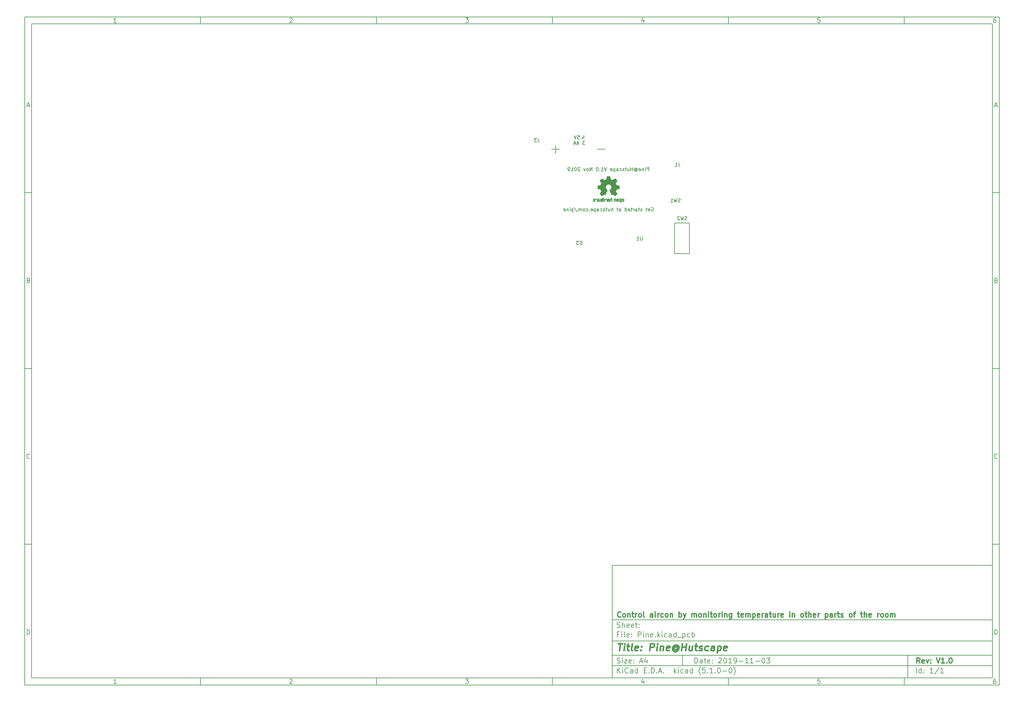
<source format=gbr>
G04 #@! TF.GenerationSoftware,KiCad,Pcbnew,(5.1.0-0)*
G04 #@! TF.CreationDate,2019-11-03T22:22:14+08:00*
G04 #@! TF.ProjectId,Pine,50696e65-2e6b-4696-9361-645f70636258,V1.0*
G04 #@! TF.SameCoordinates,Original*
G04 #@! TF.FileFunction,Legend,Bot*
G04 #@! TF.FilePolarity,Positive*
%FSLAX46Y46*%
G04 Gerber Fmt 4.6, Leading zero omitted, Abs format (unit mm)*
G04 Created by KiCad (PCBNEW (5.1.0-0)) date 2019-11-03 22:22:14*
%MOMM*%
%LPD*%
G04 APERTURE LIST*
%ADD10C,0.100000*%
%ADD11C,0.150000*%
%ADD12C,0.300000*%
%ADD13C,0.400000*%
%ADD14C,0.010000*%
G04 APERTURE END LIST*
D10*
D11*
X177002200Y-166007200D02*
X177002200Y-198007200D01*
X285002200Y-198007200D01*
X285002200Y-166007200D01*
X177002200Y-166007200D01*
D10*
D11*
X10000000Y-10000000D02*
X10000000Y-200007200D01*
X287002200Y-200007200D01*
X287002200Y-10000000D01*
X10000000Y-10000000D01*
D10*
D11*
X12000000Y-12000000D02*
X12000000Y-198007200D01*
X285002200Y-198007200D01*
X285002200Y-12000000D01*
X12000000Y-12000000D01*
D10*
D11*
X60000000Y-12000000D02*
X60000000Y-10000000D01*
D10*
D11*
X110000000Y-12000000D02*
X110000000Y-10000000D01*
D10*
D11*
X160000000Y-12000000D02*
X160000000Y-10000000D01*
D10*
D11*
X210000000Y-12000000D02*
X210000000Y-10000000D01*
D10*
D11*
X260000000Y-12000000D02*
X260000000Y-10000000D01*
D10*
D11*
X36065476Y-11588095D02*
X35322619Y-11588095D01*
X35694047Y-11588095D02*
X35694047Y-10288095D01*
X35570238Y-10473809D01*
X35446428Y-10597619D01*
X35322619Y-10659523D01*
D10*
D11*
X85322619Y-10411904D02*
X85384523Y-10350000D01*
X85508333Y-10288095D01*
X85817857Y-10288095D01*
X85941666Y-10350000D01*
X86003571Y-10411904D01*
X86065476Y-10535714D01*
X86065476Y-10659523D01*
X86003571Y-10845238D01*
X85260714Y-11588095D01*
X86065476Y-11588095D01*
D10*
D11*
X135260714Y-10288095D02*
X136065476Y-10288095D01*
X135632142Y-10783333D01*
X135817857Y-10783333D01*
X135941666Y-10845238D01*
X136003571Y-10907142D01*
X136065476Y-11030952D01*
X136065476Y-11340476D01*
X136003571Y-11464285D01*
X135941666Y-11526190D01*
X135817857Y-11588095D01*
X135446428Y-11588095D01*
X135322619Y-11526190D01*
X135260714Y-11464285D01*
D10*
D11*
X185941666Y-10721428D02*
X185941666Y-11588095D01*
X185632142Y-10226190D02*
X185322619Y-11154761D01*
X186127380Y-11154761D01*
D10*
D11*
X236003571Y-10288095D02*
X235384523Y-10288095D01*
X235322619Y-10907142D01*
X235384523Y-10845238D01*
X235508333Y-10783333D01*
X235817857Y-10783333D01*
X235941666Y-10845238D01*
X236003571Y-10907142D01*
X236065476Y-11030952D01*
X236065476Y-11340476D01*
X236003571Y-11464285D01*
X235941666Y-11526190D01*
X235817857Y-11588095D01*
X235508333Y-11588095D01*
X235384523Y-11526190D01*
X235322619Y-11464285D01*
D10*
D11*
X285941666Y-10288095D02*
X285694047Y-10288095D01*
X285570238Y-10350000D01*
X285508333Y-10411904D01*
X285384523Y-10597619D01*
X285322619Y-10845238D01*
X285322619Y-11340476D01*
X285384523Y-11464285D01*
X285446428Y-11526190D01*
X285570238Y-11588095D01*
X285817857Y-11588095D01*
X285941666Y-11526190D01*
X286003571Y-11464285D01*
X286065476Y-11340476D01*
X286065476Y-11030952D01*
X286003571Y-10907142D01*
X285941666Y-10845238D01*
X285817857Y-10783333D01*
X285570238Y-10783333D01*
X285446428Y-10845238D01*
X285384523Y-10907142D01*
X285322619Y-11030952D01*
D10*
D11*
X60000000Y-198007200D02*
X60000000Y-200007200D01*
D10*
D11*
X110000000Y-198007200D02*
X110000000Y-200007200D01*
D10*
D11*
X160000000Y-198007200D02*
X160000000Y-200007200D01*
D10*
D11*
X210000000Y-198007200D02*
X210000000Y-200007200D01*
D10*
D11*
X260000000Y-198007200D02*
X260000000Y-200007200D01*
D10*
D11*
X36065476Y-199595295D02*
X35322619Y-199595295D01*
X35694047Y-199595295D02*
X35694047Y-198295295D01*
X35570238Y-198481009D01*
X35446428Y-198604819D01*
X35322619Y-198666723D01*
D10*
D11*
X85322619Y-198419104D02*
X85384523Y-198357200D01*
X85508333Y-198295295D01*
X85817857Y-198295295D01*
X85941666Y-198357200D01*
X86003571Y-198419104D01*
X86065476Y-198542914D01*
X86065476Y-198666723D01*
X86003571Y-198852438D01*
X85260714Y-199595295D01*
X86065476Y-199595295D01*
D10*
D11*
X135260714Y-198295295D02*
X136065476Y-198295295D01*
X135632142Y-198790533D01*
X135817857Y-198790533D01*
X135941666Y-198852438D01*
X136003571Y-198914342D01*
X136065476Y-199038152D01*
X136065476Y-199347676D01*
X136003571Y-199471485D01*
X135941666Y-199533390D01*
X135817857Y-199595295D01*
X135446428Y-199595295D01*
X135322619Y-199533390D01*
X135260714Y-199471485D01*
D10*
D11*
X185941666Y-198728628D02*
X185941666Y-199595295D01*
X185632142Y-198233390D02*
X185322619Y-199161961D01*
X186127380Y-199161961D01*
D10*
D11*
X236003571Y-198295295D02*
X235384523Y-198295295D01*
X235322619Y-198914342D01*
X235384523Y-198852438D01*
X235508333Y-198790533D01*
X235817857Y-198790533D01*
X235941666Y-198852438D01*
X236003571Y-198914342D01*
X236065476Y-199038152D01*
X236065476Y-199347676D01*
X236003571Y-199471485D01*
X235941666Y-199533390D01*
X235817857Y-199595295D01*
X235508333Y-199595295D01*
X235384523Y-199533390D01*
X235322619Y-199471485D01*
D10*
D11*
X285941666Y-198295295D02*
X285694047Y-198295295D01*
X285570238Y-198357200D01*
X285508333Y-198419104D01*
X285384523Y-198604819D01*
X285322619Y-198852438D01*
X285322619Y-199347676D01*
X285384523Y-199471485D01*
X285446428Y-199533390D01*
X285570238Y-199595295D01*
X285817857Y-199595295D01*
X285941666Y-199533390D01*
X286003571Y-199471485D01*
X286065476Y-199347676D01*
X286065476Y-199038152D01*
X286003571Y-198914342D01*
X285941666Y-198852438D01*
X285817857Y-198790533D01*
X285570238Y-198790533D01*
X285446428Y-198852438D01*
X285384523Y-198914342D01*
X285322619Y-199038152D01*
D10*
D11*
X10000000Y-60000000D02*
X12000000Y-60000000D01*
D10*
D11*
X10000000Y-110000000D02*
X12000000Y-110000000D01*
D10*
D11*
X10000000Y-160000000D02*
X12000000Y-160000000D01*
D10*
D11*
X10690476Y-35216666D02*
X11309523Y-35216666D01*
X10566666Y-35588095D02*
X11000000Y-34288095D01*
X11433333Y-35588095D01*
D10*
D11*
X11092857Y-84907142D02*
X11278571Y-84969047D01*
X11340476Y-85030952D01*
X11402380Y-85154761D01*
X11402380Y-85340476D01*
X11340476Y-85464285D01*
X11278571Y-85526190D01*
X11154761Y-85588095D01*
X10659523Y-85588095D01*
X10659523Y-84288095D01*
X11092857Y-84288095D01*
X11216666Y-84350000D01*
X11278571Y-84411904D01*
X11340476Y-84535714D01*
X11340476Y-84659523D01*
X11278571Y-84783333D01*
X11216666Y-84845238D01*
X11092857Y-84907142D01*
X10659523Y-84907142D01*
D10*
D11*
X11402380Y-135464285D02*
X11340476Y-135526190D01*
X11154761Y-135588095D01*
X11030952Y-135588095D01*
X10845238Y-135526190D01*
X10721428Y-135402380D01*
X10659523Y-135278571D01*
X10597619Y-135030952D01*
X10597619Y-134845238D01*
X10659523Y-134597619D01*
X10721428Y-134473809D01*
X10845238Y-134350000D01*
X11030952Y-134288095D01*
X11154761Y-134288095D01*
X11340476Y-134350000D01*
X11402380Y-134411904D01*
D10*
D11*
X10659523Y-185588095D02*
X10659523Y-184288095D01*
X10969047Y-184288095D01*
X11154761Y-184350000D01*
X11278571Y-184473809D01*
X11340476Y-184597619D01*
X11402380Y-184845238D01*
X11402380Y-185030952D01*
X11340476Y-185278571D01*
X11278571Y-185402380D01*
X11154761Y-185526190D01*
X10969047Y-185588095D01*
X10659523Y-185588095D01*
D10*
D11*
X287002200Y-60000000D02*
X285002200Y-60000000D01*
D10*
D11*
X287002200Y-110000000D02*
X285002200Y-110000000D01*
D10*
D11*
X287002200Y-160000000D02*
X285002200Y-160000000D01*
D10*
D11*
X285692676Y-35216666D02*
X286311723Y-35216666D01*
X285568866Y-35588095D02*
X286002200Y-34288095D01*
X286435533Y-35588095D01*
D10*
D11*
X286095057Y-84907142D02*
X286280771Y-84969047D01*
X286342676Y-85030952D01*
X286404580Y-85154761D01*
X286404580Y-85340476D01*
X286342676Y-85464285D01*
X286280771Y-85526190D01*
X286156961Y-85588095D01*
X285661723Y-85588095D01*
X285661723Y-84288095D01*
X286095057Y-84288095D01*
X286218866Y-84350000D01*
X286280771Y-84411904D01*
X286342676Y-84535714D01*
X286342676Y-84659523D01*
X286280771Y-84783333D01*
X286218866Y-84845238D01*
X286095057Y-84907142D01*
X285661723Y-84907142D01*
D10*
D11*
X286404580Y-135464285D02*
X286342676Y-135526190D01*
X286156961Y-135588095D01*
X286033152Y-135588095D01*
X285847438Y-135526190D01*
X285723628Y-135402380D01*
X285661723Y-135278571D01*
X285599819Y-135030952D01*
X285599819Y-134845238D01*
X285661723Y-134597619D01*
X285723628Y-134473809D01*
X285847438Y-134350000D01*
X286033152Y-134288095D01*
X286156961Y-134288095D01*
X286342676Y-134350000D01*
X286404580Y-134411904D01*
D10*
D11*
X285661723Y-185588095D02*
X285661723Y-184288095D01*
X285971247Y-184288095D01*
X286156961Y-184350000D01*
X286280771Y-184473809D01*
X286342676Y-184597619D01*
X286404580Y-184845238D01*
X286404580Y-185030952D01*
X286342676Y-185278571D01*
X286280771Y-185402380D01*
X286156961Y-185526190D01*
X285971247Y-185588095D01*
X285661723Y-185588095D01*
D10*
D11*
X200434342Y-193785771D02*
X200434342Y-192285771D01*
X200791485Y-192285771D01*
X201005771Y-192357200D01*
X201148628Y-192500057D01*
X201220057Y-192642914D01*
X201291485Y-192928628D01*
X201291485Y-193142914D01*
X201220057Y-193428628D01*
X201148628Y-193571485D01*
X201005771Y-193714342D01*
X200791485Y-193785771D01*
X200434342Y-193785771D01*
X202577200Y-193785771D02*
X202577200Y-193000057D01*
X202505771Y-192857200D01*
X202362914Y-192785771D01*
X202077200Y-192785771D01*
X201934342Y-192857200D01*
X202577200Y-193714342D02*
X202434342Y-193785771D01*
X202077200Y-193785771D01*
X201934342Y-193714342D01*
X201862914Y-193571485D01*
X201862914Y-193428628D01*
X201934342Y-193285771D01*
X202077200Y-193214342D01*
X202434342Y-193214342D01*
X202577200Y-193142914D01*
X203077200Y-192785771D02*
X203648628Y-192785771D01*
X203291485Y-192285771D02*
X203291485Y-193571485D01*
X203362914Y-193714342D01*
X203505771Y-193785771D01*
X203648628Y-193785771D01*
X204720057Y-193714342D02*
X204577200Y-193785771D01*
X204291485Y-193785771D01*
X204148628Y-193714342D01*
X204077200Y-193571485D01*
X204077200Y-193000057D01*
X204148628Y-192857200D01*
X204291485Y-192785771D01*
X204577200Y-192785771D01*
X204720057Y-192857200D01*
X204791485Y-193000057D01*
X204791485Y-193142914D01*
X204077200Y-193285771D01*
X205434342Y-193642914D02*
X205505771Y-193714342D01*
X205434342Y-193785771D01*
X205362914Y-193714342D01*
X205434342Y-193642914D01*
X205434342Y-193785771D01*
X205434342Y-192857200D02*
X205505771Y-192928628D01*
X205434342Y-193000057D01*
X205362914Y-192928628D01*
X205434342Y-192857200D01*
X205434342Y-193000057D01*
X207220057Y-192428628D02*
X207291485Y-192357200D01*
X207434342Y-192285771D01*
X207791485Y-192285771D01*
X207934342Y-192357200D01*
X208005771Y-192428628D01*
X208077200Y-192571485D01*
X208077200Y-192714342D01*
X208005771Y-192928628D01*
X207148628Y-193785771D01*
X208077200Y-193785771D01*
X209005771Y-192285771D02*
X209148628Y-192285771D01*
X209291485Y-192357200D01*
X209362914Y-192428628D01*
X209434342Y-192571485D01*
X209505771Y-192857200D01*
X209505771Y-193214342D01*
X209434342Y-193500057D01*
X209362914Y-193642914D01*
X209291485Y-193714342D01*
X209148628Y-193785771D01*
X209005771Y-193785771D01*
X208862914Y-193714342D01*
X208791485Y-193642914D01*
X208720057Y-193500057D01*
X208648628Y-193214342D01*
X208648628Y-192857200D01*
X208720057Y-192571485D01*
X208791485Y-192428628D01*
X208862914Y-192357200D01*
X209005771Y-192285771D01*
X210934342Y-193785771D02*
X210077200Y-193785771D01*
X210505771Y-193785771D02*
X210505771Y-192285771D01*
X210362914Y-192500057D01*
X210220057Y-192642914D01*
X210077200Y-192714342D01*
X211648628Y-193785771D02*
X211934342Y-193785771D01*
X212077200Y-193714342D01*
X212148628Y-193642914D01*
X212291485Y-193428628D01*
X212362914Y-193142914D01*
X212362914Y-192571485D01*
X212291485Y-192428628D01*
X212220057Y-192357200D01*
X212077200Y-192285771D01*
X211791485Y-192285771D01*
X211648628Y-192357200D01*
X211577200Y-192428628D01*
X211505771Y-192571485D01*
X211505771Y-192928628D01*
X211577200Y-193071485D01*
X211648628Y-193142914D01*
X211791485Y-193214342D01*
X212077200Y-193214342D01*
X212220057Y-193142914D01*
X212291485Y-193071485D01*
X212362914Y-192928628D01*
X213005771Y-193214342D02*
X214148628Y-193214342D01*
X215648628Y-193785771D02*
X214791485Y-193785771D01*
X215220057Y-193785771D02*
X215220057Y-192285771D01*
X215077200Y-192500057D01*
X214934342Y-192642914D01*
X214791485Y-192714342D01*
X217077200Y-193785771D02*
X216220057Y-193785771D01*
X216648628Y-193785771D02*
X216648628Y-192285771D01*
X216505771Y-192500057D01*
X216362914Y-192642914D01*
X216220057Y-192714342D01*
X217720057Y-193214342D02*
X218862914Y-193214342D01*
X219862914Y-192285771D02*
X220005771Y-192285771D01*
X220148628Y-192357200D01*
X220220057Y-192428628D01*
X220291485Y-192571485D01*
X220362914Y-192857200D01*
X220362914Y-193214342D01*
X220291485Y-193500057D01*
X220220057Y-193642914D01*
X220148628Y-193714342D01*
X220005771Y-193785771D01*
X219862914Y-193785771D01*
X219720057Y-193714342D01*
X219648628Y-193642914D01*
X219577200Y-193500057D01*
X219505771Y-193214342D01*
X219505771Y-192857200D01*
X219577200Y-192571485D01*
X219648628Y-192428628D01*
X219720057Y-192357200D01*
X219862914Y-192285771D01*
X220862914Y-192285771D02*
X221791485Y-192285771D01*
X221291485Y-192857200D01*
X221505771Y-192857200D01*
X221648628Y-192928628D01*
X221720057Y-193000057D01*
X221791485Y-193142914D01*
X221791485Y-193500057D01*
X221720057Y-193642914D01*
X221648628Y-193714342D01*
X221505771Y-193785771D01*
X221077200Y-193785771D01*
X220934342Y-193714342D01*
X220862914Y-193642914D01*
D10*
D11*
X177002200Y-194507200D02*
X285002200Y-194507200D01*
D10*
D11*
X178434342Y-196585771D02*
X178434342Y-195085771D01*
X179291485Y-196585771D02*
X178648628Y-195728628D01*
X179291485Y-195085771D02*
X178434342Y-195942914D01*
X179934342Y-196585771D02*
X179934342Y-195585771D01*
X179934342Y-195085771D02*
X179862914Y-195157200D01*
X179934342Y-195228628D01*
X180005771Y-195157200D01*
X179934342Y-195085771D01*
X179934342Y-195228628D01*
X181505771Y-196442914D02*
X181434342Y-196514342D01*
X181220057Y-196585771D01*
X181077200Y-196585771D01*
X180862914Y-196514342D01*
X180720057Y-196371485D01*
X180648628Y-196228628D01*
X180577200Y-195942914D01*
X180577200Y-195728628D01*
X180648628Y-195442914D01*
X180720057Y-195300057D01*
X180862914Y-195157200D01*
X181077200Y-195085771D01*
X181220057Y-195085771D01*
X181434342Y-195157200D01*
X181505771Y-195228628D01*
X182791485Y-196585771D02*
X182791485Y-195800057D01*
X182720057Y-195657200D01*
X182577200Y-195585771D01*
X182291485Y-195585771D01*
X182148628Y-195657200D01*
X182791485Y-196514342D02*
X182648628Y-196585771D01*
X182291485Y-196585771D01*
X182148628Y-196514342D01*
X182077200Y-196371485D01*
X182077200Y-196228628D01*
X182148628Y-196085771D01*
X182291485Y-196014342D01*
X182648628Y-196014342D01*
X182791485Y-195942914D01*
X184148628Y-196585771D02*
X184148628Y-195085771D01*
X184148628Y-196514342D02*
X184005771Y-196585771D01*
X183720057Y-196585771D01*
X183577200Y-196514342D01*
X183505771Y-196442914D01*
X183434342Y-196300057D01*
X183434342Y-195871485D01*
X183505771Y-195728628D01*
X183577200Y-195657200D01*
X183720057Y-195585771D01*
X184005771Y-195585771D01*
X184148628Y-195657200D01*
X186005771Y-195800057D02*
X186505771Y-195800057D01*
X186720057Y-196585771D02*
X186005771Y-196585771D01*
X186005771Y-195085771D01*
X186720057Y-195085771D01*
X187362914Y-196442914D02*
X187434342Y-196514342D01*
X187362914Y-196585771D01*
X187291485Y-196514342D01*
X187362914Y-196442914D01*
X187362914Y-196585771D01*
X188077200Y-196585771D02*
X188077200Y-195085771D01*
X188434342Y-195085771D01*
X188648628Y-195157200D01*
X188791485Y-195300057D01*
X188862914Y-195442914D01*
X188934342Y-195728628D01*
X188934342Y-195942914D01*
X188862914Y-196228628D01*
X188791485Y-196371485D01*
X188648628Y-196514342D01*
X188434342Y-196585771D01*
X188077200Y-196585771D01*
X189577200Y-196442914D02*
X189648628Y-196514342D01*
X189577200Y-196585771D01*
X189505771Y-196514342D01*
X189577200Y-196442914D01*
X189577200Y-196585771D01*
X190220057Y-196157200D02*
X190934342Y-196157200D01*
X190077200Y-196585771D02*
X190577200Y-195085771D01*
X191077200Y-196585771D01*
X191577200Y-196442914D02*
X191648628Y-196514342D01*
X191577200Y-196585771D01*
X191505771Y-196514342D01*
X191577200Y-196442914D01*
X191577200Y-196585771D01*
X194577200Y-196585771D02*
X194577200Y-195085771D01*
X194720057Y-196014342D02*
X195148628Y-196585771D01*
X195148628Y-195585771D02*
X194577200Y-196157200D01*
X195791485Y-196585771D02*
X195791485Y-195585771D01*
X195791485Y-195085771D02*
X195720057Y-195157200D01*
X195791485Y-195228628D01*
X195862914Y-195157200D01*
X195791485Y-195085771D01*
X195791485Y-195228628D01*
X197148628Y-196514342D02*
X197005771Y-196585771D01*
X196720057Y-196585771D01*
X196577200Y-196514342D01*
X196505771Y-196442914D01*
X196434342Y-196300057D01*
X196434342Y-195871485D01*
X196505771Y-195728628D01*
X196577200Y-195657200D01*
X196720057Y-195585771D01*
X197005771Y-195585771D01*
X197148628Y-195657200D01*
X198434342Y-196585771D02*
X198434342Y-195800057D01*
X198362914Y-195657200D01*
X198220057Y-195585771D01*
X197934342Y-195585771D01*
X197791485Y-195657200D01*
X198434342Y-196514342D02*
X198291485Y-196585771D01*
X197934342Y-196585771D01*
X197791485Y-196514342D01*
X197720057Y-196371485D01*
X197720057Y-196228628D01*
X197791485Y-196085771D01*
X197934342Y-196014342D01*
X198291485Y-196014342D01*
X198434342Y-195942914D01*
X199791485Y-196585771D02*
X199791485Y-195085771D01*
X199791485Y-196514342D02*
X199648628Y-196585771D01*
X199362914Y-196585771D01*
X199220057Y-196514342D01*
X199148628Y-196442914D01*
X199077200Y-196300057D01*
X199077200Y-195871485D01*
X199148628Y-195728628D01*
X199220057Y-195657200D01*
X199362914Y-195585771D01*
X199648628Y-195585771D01*
X199791485Y-195657200D01*
X202077200Y-197157200D02*
X202005771Y-197085771D01*
X201862914Y-196871485D01*
X201791485Y-196728628D01*
X201720057Y-196514342D01*
X201648628Y-196157200D01*
X201648628Y-195871485D01*
X201720057Y-195514342D01*
X201791485Y-195300057D01*
X201862914Y-195157200D01*
X202005771Y-194942914D01*
X202077200Y-194871485D01*
X203362914Y-195085771D02*
X202648628Y-195085771D01*
X202577200Y-195800057D01*
X202648628Y-195728628D01*
X202791485Y-195657200D01*
X203148628Y-195657200D01*
X203291485Y-195728628D01*
X203362914Y-195800057D01*
X203434342Y-195942914D01*
X203434342Y-196300057D01*
X203362914Y-196442914D01*
X203291485Y-196514342D01*
X203148628Y-196585771D01*
X202791485Y-196585771D01*
X202648628Y-196514342D01*
X202577200Y-196442914D01*
X204077200Y-196442914D02*
X204148628Y-196514342D01*
X204077200Y-196585771D01*
X204005771Y-196514342D01*
X204077200Y-196442914D01*
X204077200Y-196585771D01*
X205577200Y-196585771D02*
X204720057Y-196585771D01*
X205148628Y-196585771D02*
X205148628Y-195085771D01*
X205005771Y-195300057D01*
X204862914Y-195442914D01*
X204720057Y-195514342D01*
X206220057Y-196442914D02*
X206291485Y-196514342D01*
X206220057Y-196585771D01*
X206148628Y-196514342D01*
X206220057Y-196442914D01*
X206220057Y-196585771D01*
X207220057Y-195085771D02*
X207362914Y-195085771D01*
X207505771Y-195157200D01*
X207577200Y-195228628D01*
X207648628Y-195371485D01*
X207720057Y-195657200D01*
X207720057Y-196014342D01*
X207648628Y-196300057D01*
X207577200Y-196442914D01*
X207505771Y-196514342D01*
X207362914Y-196585771D01*
X207220057Y-196585771D01*
X207077200Y-196514342D01*
X207005771Y-196442914D01*
X206934342Y-196300057D01*
X206862914Y-196014342D01*
X206862914Y-195657200D01*
X206934342Y-195371485D01*
X207005771Y-195228628D01*
X207077200Y-195157200D01*
X207220057Y-195085771D01*
X208362914Y-196014342D02*
X209505771Y-196014342D01*
X210505771Y-195085771D02*
X210648628Y-195085771D01*
X210791485Y-195157200D01*
X210862914Y-195228628D01*
X210934342Y-195371485D01*
X211005771Y-195657200D01*
X211005771Y-196014342D01*
X210934342Y-196300057D01*
X210862914Y-196442914D01*
X210791485Y-196514342D01*
X210648628Y-196585771D01*
X210505771Y-196585771D01*
X210362914Y-196514342D01*
X210291485Y-196442914D01*
X210220057Y-196300057D01*
X210148628Y-196014342D01*
X210148628Y-195657200D01*
X210220057Y-195371485D01*
X210291485Y-195228628D01*
X210362914Y-195157200D01*
X210505771Y-195085771D01*
X211505771Y-197157200D02*
X211577200Y-197085771D01*
X211720057Y-196871485D01*
X211791485Y-196728628D01*
X211862914Y-196514342D01*
X211934342Y-196157200D01*
X211934342Y-195871485D01*
X211862914Y-195514342D01*
X211791485Y-195300057D01*
X211720057Y-195157200D01*
X211577200Y-194942914D01*
X211505771Y-194871485D01*
D10*
D11*
X177002200Y-191507200D02*
X285002200Y-191507200D01*
D10*
D12*
X264411485Y-193785771D02*
X263911485Y-193071485D01*
X263554342Y-193785771D02*
X263554342Y-192285771D01*
X264125771Y-192285771D01*
X264268628Y-192357200D01*
X264340057Y-192428628D01*
X264411485Y-192571485D01*
X264411485Y-192785771D01*
X264340057Y-192928628D01*
X264268628Y-193000057D01*
X264125771Y-193071485D01*
X263554342Y-193071485D01*
X265625771Y-193714342D02*
X265482914Y-193785771D01*
X265197200Y-193785771D01*
X265054342Y-193714342D01*
X264982914Y-193571485D01*
X264982914Y-193000057D01*
X265054342Y-192857200D01*
X265197200Y-192785771D01*
X265482914Y-192785771D01*
X265625771Y-192857200D01*
X265697200Y-193000057D01*
X265697200Y-193142914D01*
X264982914Y-193285771D01*
X266197200Y-192785771D02*
X266554342Y-193785771D01*
X266911485Y-192785771D01*
X267482914Y-193642914D02*
X267554342Y-193714342D01*
X267482914Y-193785771D01*
X267411485Y-193714342D01*
X267482914Y-193642914D01*
X267482914Y-193785771D01*
X267482914Y-192857200D02*
X267554342Y-192928628D01*
X267482914Y-193000057D01*
X267411485Y-192928628D01*
X267482914Y-192857200D01*
X267482914Y-193000057D01*
X269125771Y-192285771D02*
X269625771Y-193785771D01*
X270125771Y-192285771D01*
X271411485Y-193785771D02*
X270554342Y-193785771D01*
X270982914Y-193785771D02*
X270982914Y-192285771D01*
X270840057Y-192500057D01*
X270697200Y-192642914D01*
X270554342Y-192714342D01*
X272054342Y-193642914D02*
X272125771Y-193714342D01*
X272054342Y-193785771D01*
X271982914Y-193714342D01*
X272054342Y-193642914D01*
X272054342Y-193785771D01*
X273054342Y-192285771D02*
X273197200Y-192285771D01*
X273340057Y-192357200D01*
X273411485Y-192428628D01*
X273482914Y-192571485D01*
X273554342Y-192857200D01*
X273554342Y-193214342D01*
X273482914Y-193500057D01*
X273411485Y-193642914D01*
X273340057Y-193714342D01*
X273197200Y-193785771D01*
X273054342Y-193785771D01*
X272911485Y-193714342D01*
X272840057Y-193642914D01*
X272768628Y-193500057D01*
X272697200Y-193214342D01*
X272697200Y-192857200D01*
X272768628Y-192571485D01*
X272840057Y-192428628D01*
X272911485Y-192357200D01*
X273054342Y-192285771D01*
D10*
D11*
X178362914Y-193714342D02*
X178577200Y-193785771D01*
X178934342Y-193785771D01*
X179077200Y-193714342D01*
X179148628Y-193642914D01*
X179220057Y-193500057D01*
X179220057Y-193357200D01*
X179148628Y-193214342D01*
X179077200Y-193142914D01*
X178934342Y-193071485D01*
X178648628Y-193000057D01*
X178505771Y-192928628D01*
X178434342Y-192857200D01*
X178362914Y-192714342D01*
X178362914Y-192571485D01*
X178434342Y-192428628D01*
X178505771Y-192357200D01*
X178648628Y-192285771D01*
X179005771Y-192285771D01*
X179220057Y-192357200D01*
X179862914Y-193785771D02*
X179862914Y-192785771D01*
X179862914Y-192285771D02*
X179791485Y-192357200D01*
X179862914Y-192428628D01*
X179934342Y-192357200D01*
X179862914Y-192285771D01*
X179862914Y-192428628D01*
X180434342Y-192785771D02*
X181220057Y-192785771D01*
X180434342Y-193785771D01*
X181220057Y-193785771D01*
X182362914Y-193714342D02*
X182220057Y-193785771D01*
X181934342Y-193785771D01*
X181791485Y-193714342D01*
X181720057Y-193571485D01*
X181720057Y-193000057D01*
X181791485Y-192857200D01*
X181934342Y-192785771D01*
X182220057Y-192785771D01*
X182362914Y-192857200D01*
X182434342Y-193000057D01*
X182434342Y-193142914D01*
X181720057Y-193285771D01*
X183077200Y-193642914D02*
X183148628Y-193714342D01*
X183077200Y-193785771D01*
X183005771Y-193714342D01*
X183077200Y-193642914D01*
X183077200Y-193785771D01*
X183077200Y-192857200D02*
X183148628Y-192928628D01*
X183077200Y-193000057D01*
X183005771Y-192928628D01*
X183077200Y-192857200D01*
X183077200Y-193000057D01*
X184862914Y-193357200D02*
X185577200Y-193357200D01*
X184720057Y-193785771D02*
X185220057Y-192285771D01*
X185720057Y-193785771D01*
X186862914Y-192785771D02*
X186862914Y-193785771D01*
X186505771Y-192214342D02*
X186148628Y-193285771D01*
X187077200Y-193285771D01*
D10*
D11*
X263434342Y-196585771D02*
X263434342Y-195085771D01*
X264791485Y-196585771D02*
X264791485Y-195085771D01*
X264791485Y-196514342D02*
X264648628Y-196585771D01*
X264362914Y-196585771D01*
X264220057Y-196514342D01*
X264148628Y-196442914D01*
X264077200Y-196300057D01*
X264077200Y-195871485D01*
X264148628Y-195728628D01*
X264220057Y-195657200D01*
X264362914Y-195585771D01*
X264648628Y-195585771D01*
X264791485Y-195657200D01*
X265505771Y-196442914D02*
X265577200Y-196514342D01*
X265505771Y-196585771D01*
X265434342Y-196514342D01*
X265505771Y-196442914D01*
X265505771Y-196585771D01*
X265505771Y-195657200D02*
X265577200Y-195728628D01*
X265505771Y-195800057D01*
X265434342Y-195728628D01*
X265505771Y-195657200D01*
X265505771Y-195800057D01*
X268148628Y-196585771D02*
X267291485Y-196585771D01*
X267720057Y-196585771D02*
X267720057Y-195085771D01*
X267577200Y-195300057D01*
X267434342Y-195442914D01*
X267291485Y-195514342D01*
X269862914Y-195014342D02*
X268577200Y-196942914D01*
X271148628Y-196585771D02*
X270291485Y-196585771D01*
X270720057Y-196585771D02*
X270720057Y-195085771D01*
X270577200Y-195300057D01*
X270434342Y-195442914D01*
X270291485Y-195514342D01*
D10*
D11*
X177002200Y-187507200D02*
X285002200Y-187507200D01*
D10*
D13*
X178714580Y-188211961D02*
X179857438Y-188211961D01*
X179036009Y-190211961D02*
X179286009Y-188211961D01*
X180274104Y-190211961D02*
X180440771Y-188878628D01*
X180524104Y-188211961D02*
X180416961Y-188307200D01*
X180500295Y-188402438D01*
X180607438Y-188307200D01*
X180524104Y-188211961D01*
X180500295Y-188402438D01*
X181107438Y-188878628D02*
X181869342Y-188878628D01*
X181476485Y-188211961D02*
X181262200Y-189926247D01*
X181333628Y-190116723D01*
X181512200Y-190211961D01*
X181702676Y-190211961D01*
X182655057Y-190211961D02*
X182476485Y-190116723D01*
X182405057Y-189926247D01*
X182619342Y-188211961D01*
X184190771Y-190116723D02*
X183988390Y-190211961D01*
X183607438Y-190211961D01*
X183428866Y-190116723D01*
X183357438Y-189926247D01*
X183452676Y-189164342D01*
X183571723Y-188973866D01*
X183774104Y-188878628D01*
X184155057Y-188878628D01*
X184333628Y-188973866D01*
X184405057Y-189164342D01*
X184381247Y-189354819D01*
X183405057Y-189545295D01*
X185155057Y-190021485D02*
X185238390Y-190116723D01*
X185131247Y-190211961D01*
X185047914Y-190116723D01*
X185155057Y-190021485D01*
X185131247Y-190211961D01*
X185286009Y-188973866D02*
X185369342Y-189069104D01*
X185262200Y-189164342D01*
X185178866Y-189069104D01*
X185286009Y-188973866D01*
X185262200Y-189164342D01*
X187607438Y-190211961D02*
X187857438Y-188211961D01*
X188619342Y-188211961D01*
X188797914Y-188307200D01*
X188881247Y-188402438D01*
X188952676Y-188592914D01*
X188916961Y-188878628D01*
X188797914Y-189069104D01*
X188690771Y-189164342D01*
X188488390Y-189259580D01*
X187726485Y-189259580D01*
X189607438Y-190211961D02*
X189774104Y-188878628D01*
X189857438Y-188211961D02*
X189750295Y-188307200D01*
X189833628Y-188402438D01*
X189940771Y-188307200D01*
X189857438Y-188211961D01*
X189833628Y-188402438D01*
X190726485Y-188878628D02*
X190559819Y-190211961D01*
X190702676Y-189069104D02*
X190809819Y-188973866D01*
X191012200Y-188878628D01*
X191297914Y-188878628D01*
X191476485Y-188973866D01*
X191547914Y-189164342D01*
X191416961Y-190211961D01*
X193143152Y-190116723D02*
X192940771Y-190211961D01*
X192559819Y-190211961D01*
X192381247Y-190116723D01*
X192309819Y-189926247D01*
X192405057Y-189164342D01*
X192524104Y-188973866D01*
X192726485Y-188878628D01*
X193107438Y-188878628D01*
X193286009Y-188973866D01*
X193357438Y-189164342D01*
X193333628Y-189354819D01*
X192357438Y-189545295D01*
X195440771Y-189259580D02*
X195357438Y-189164342D01*
X195178866Y-189069104D01*
X194988390Y-189069104D01*
X194786009Y-189164342D01*
X194678866Y-189259580D01*
X194559819Y-189450057D01*
X194536009Y-189640533D01*
X194607438Y-189831009D01*
X194690771Y-189926247D01*
X194869342Y-190021485D01*
X195059819Y-190021485D01*
X195262200Y-189926247D01*
X195369342Y-189831009D01*
X195464580Y-189069104D02*
X195369342Y-189831009D01*
X195452676Y-189926247D01*
X195547914Y-189926247D01*
X195750295Y-189831009D01*
X195869342Y-189640533D01*
X195928866Y-189164342D01*
X195774104Y-188878628D01*
X195512200Y-188688152D01*
X195143152Y-188592914D01*
X194750295Y-188688152D01*
X194440771Y-188878628D01*
X194214580Y-189164342D01*
X194071723Y-189545295D01*
X194119342Y-189926247D01*
X194274104Y-190211961D01*
X194536009Y-190402438D01*
X194905057Y-190497676D01*
X195297914Y-190402438D01*
X195607438Y-190211961D01*
X196655057Y-190211961D02*
X196905057Y-188211961D01*
X196786009Y-189164342D02*
X197928866Y-189164342D01*
X197797914Y-190211961D02*
X198047914Y-188211961D01*
X199774104Y-188878628D02*
X199607438Y-190211961D01*
X198916961Y-188878628D02*
X198786009Y-189926247D01*
X198857438Y-190116723D01*
X199036009Y-190211961D01*
X199321723Y-190211961D01*
X199524104Y-190116723D01*
X199631247Y-190021485D01*
X200440771Y-188878628D02*
X201202676Y-188878628D01*
X200809819Y-188211961D02*
X200595533Y-189926247D01*
X200666961Y-190116723D01*
X200845533Y-190211961D01*
X201036009Y-190211961D01*
X201619342Y-190116723D02*
X201797914Y-190211961D01*
X202178866Y-190211961D01*
X202381247Y-190116723D01*
X202500295Y-189926247D01*
X202512200Y-189831009D01*
X202440771Y-189640533D01*
X202262200Y-189545295D01*
X201976485Y-189545295D01*
X201797914Y-189450057D01*
X201726485Y-189259580D01*
X201738390Y-189164342D01*
X201857438Y-188973866D01*
X202059819Y-188878628D01*
X202345533Y-188878628D01*
X202524104Y-188973866D01*
X204190771Y-190116723D02*
X203988390Y-190211961D01*
X203607438Y-190211961D01*
X203428866Y-190116723D01*
X203345533Y-190021485D01*
X203274104Y-189831009D01*
X203345533Y-189259580D01*
X203464580Y-189069104D01*
X203571723Y-188973866D01*
X203774104Y-188878628D01*
X204155057Y-188878628D01*
X204333628Y-188973866D01*
X205893152Y-190211961D02*
X206024104Y-189164342D01*
X205952676Y-188973866D01*
X205774104Y-188878628D01*
X205393152Y-188878628D01*
X205190771Y-188973866D01*
X205905057Y-190116723D02*
X205702676Y-190211961D01*
X205226485Y-190211961D01*
X205047914Y-190116723D01*
X204976485Y-189926247D01*
X205000295Y-189735771D01*
X205119342Y-189545295D01*
X205321723Y-189450057D01*
X205797914Y-189450057D01*
X206000295Y-189354819D01*
X207012200Y-188878628D02*
X206762200Y-190878628D01*
X207000295Y-188973866D02*
X207202676Y-188878628D01*
X207583628Y-188878628D01*
X207762200Y-188973866D01*
X207845533Y-189069104D01*
X207916961Y-189259580D01*
X207845533Y-189831009D01*
X207726485Y-190021485D01*
X207619342Y-190116723D01*
X207416961Y-190211961D01*
X207036009Y-190211961D01*
X206857438Y-190116723D01*
X209428866Y-190116723D02*
X209226485Y-190211961D01*
X208845533Y-190211961D01*
X208666961Y-190116723D01*
X208595533Y-189926247D01*
X208690771Y-189164342D01*
X208809819Y-188973866D01*
X209012200Y-188878628D01*
X209393152Y-188878628D01*
X209571723Y-188973866D01*
X209643152Y-189164342D01*
X209619342Y-189354819D01*
X208643152Y-189545295D01*
D10*
D11*
X178934342Y-185600057D02*
X178434342Y-185600057D01*
X178434342Y-186385771D02*
X178434342Y-184885771D01*
X179148628Y-184885771D01*
X179720057Y-186385771D02*
X179720057Y-185385771D01*
X179720057Y-184885771D02*
X179648628Y-184957200D01*
X179720057Y-185028628D01*
X179791485Y-184957200D01*
X179720057Y-184885771D01*
X179720057Y-185028628D01*
X180648628Y-186385771D02*
X180505771Y-186314342D01*
X180434342Y-186171485D01*
X180434342Y-184885771D01*
X181791485Y-186314342D02*
X181648628Y-186385771D01*
X181362914Y-186385771D01*
X181220057Y-186314342D01*
X181148628Y-186171485D01*
X181148628Y-185600057D01*
X181220057Y-185457200D01*
X181362914Y-185385771D01*
X181648628Y-185385771D01*
X181791485Y-185457200D01*
X181862914Y-185600057D01*
X181862914Y-185742914D01*
X181148628Y-185885771D01*
X182505771Y-186242914D02*
X182577200Y-186314342D01*
X182505771Y-186385771D01*
X182434342Y-186314342D01*
X182505771Y-186242914D01*
X182505771Y-186385771D01*
X182505771Y-185457200D02*
X182577200Y-185528628D01*
X182505771Y-185600057D01*
X182434342Y-185528628D01*
X182505771Y-185457200D01*
X182505771Y-185600057D01*
X184362914Y-186385771D02*
X184362914Y-184885771D01*
X184934342Y-184885771D01*
X185077200Y-184957200D01*
X185148628Y-185028628D01*
X185220057Y-185171485D01*
X185220057Y-185385771D01*
X185148628Y-185528628D01*
X185077200Y-185600057D01*
X184934342Y-185671485D01*
X184362914Y-185671485D01*
X185862914Y-186385771D02*
X185862914Y-185385771D01*
X185862914Y-184885771D02*
X185791485Y-184957200D01*
X185862914Y-185028628D01*
X185934342Y-184957200D01*
X185862914Y-184885771D01*
X185862914Y-185028628D01*
X186577200Y-185385771D02*
X186577200Y-186385771D01*
X186577200Y-185528628D02*
X186648628Y-185457200D01*
X186791485Y-185385771D01*
X187005771Y-185385771D01*
X187148628Y-185457200D01*
X187220057Y-185600057D01*
X187220057Y-186385771D01*
X188505771Y-186314342D02*
X188362914Y-186385771D01*
X188077200Y-186385771D01*
X187934342Y-186314342D01*
X187862914Y-186171485D01*
X187862914Y-185600057D01*
X187934342Y-185457200D01*
X188077200Y-185385771D01*
X188362914Y-185385771D01*
X188505771Y-185457200D01*
X188577200Y-185600057D01*
X188577200Y-185742914D01*
X187862914Y-185885771D01*
X189220057Y-186242914D02*
X189291485Y-186314342D01*
X189220057Y-186385771D01*
X189148628Y-186314342D01*
X189220057Y-186242914D01*
X189220057Y-186385771D01*
X189934342Y-186385771D02*
X189934342Y-184885771D01*
X190077200Y-185814342D02*
X190505771Y-186385771D01*
X190505771Y-185385771D02*
X189934342Y-185957200D01*
X191148628Y-186385771D02*
X191148628Y-185385771D01*
X191148628Y-184885771D02*
X191077200Y-184957200D01*
X191148628Y-185028628D01*
X191220057Y-184957200D01*
X191148628Y-184885771D01*
X191148628Y-185028628D01*
X192505771Y-186314342D02*
X192362914Y-186385771D01*
X192077200Y-186385771D01*
X191934342Y-186314342D01*
X191862914Y-186242914D01*
X191791485Y-186100057D01*
X191791485Y-185671485D01*
X191862914Y-185528628D01*
X191934342Y-185457200D01*
X192077200Y-185385771D01*
X192362914Y-185385771D01*
X192505771Y-185457200D01*
X193791485Y-186385771D02*
X193791485Y-185600057D01*
X193720057Y-185457200D01*
X193577200Y-185385771D01*
X193291485Y-185385771D01*
X193148628Y-185457200D01*
X193791485Y-186314342D02*
X193648628Y-186385771D01*
X193291485Y-186385771D01*
X193148628Y-186314342D01*
X193077200Y-186171485D01*
X193077200Y-186028628D01*
X193148628Y-185885771D01*
X193291485Y-185814342D01*
X193648628Y-185814342D01*
X193791485Y-185742914D01*
X195148628Y-186385771D02*
X195148628Y-184885771D01*
X195148628Y-186314342D02*
X195005771Y-186385771D01*
X194720057Y-186385771D01*
X194577200Y-186314342D01*
X194505771Y-186242914D01*
X194434342Y-186100057D01*
X194434342Y-185671485D01*
X194505771Y-185528628D01*
X194577200Y-185457200D01*
X194720057Y-185385771D01*
X195005771Y-185385771D01*
X195148628Y-185457200D01*
X195505771Y-186528628D02*
X196648628Y-186528628D01*
X197005771Y-185385771D02*
X197005771Y-186885771D01*
X197005771Y-185457200D02*
X197148628Y-185385771D01*
X197434342Y-185385771D01*
X197577200Y-185457200D01*
X197648628Y-185528628D01*
X197720057Y-185671485D01*
X197720057Y-186100057D01*
X197648628Y-186242914D01*
X197577200Y-186314342D01*
X197434342Y-186385771D01*
X197148628Y-186385771D01*
X197005771Y-186314342D01*
X199005771Y-186314342D02*
X198862914Y-186385771D01*
X198577200Y-186385771D01*
X198434342Y-186314342D01*
X198362914Y-186242914D01*
X198291485Y-186100057D01*
X198291485Y-185671485D01*
X198362914Y-185528628D01*
X198434342Y-185457200D01*
X198577200Y-185385771D01*
X198862914Y-185385771D01*
X199005771Y-185457200D01*
X199648628Y-186385771D02*
X199648628Y-184885771D01*
X199648628Y-185457200D02*
X199791485Y-185385771D01*
X200077200Y-185385771D01*
X200220057Y-185457200D01*
X200291485Y-185528628D01*
X200362914Y-185671485D01*
X200362914Y-186100057D01*
X200291485Y-186242914D01*
X200220057Y-186314342D01*
X200077200Y-186385771D01*
X199791485Y-186385771D01*
X199648628Y-186314342D01*
D10*
D11*
X177002200Y-181507200D02*
X285002200Y-181507200D01*
D10*
D11*
X178362914Y-183614342D02*
X178577200Y-183685771D01*
X178934342Y-183685771D01*
X179077200Y-183614342D01*
X179148628Y-183542914D01*
X179220057Y-183400057D01*
X179220057Y-183257200D01*
X179148628Y-183114342D01*
X179077200Y-183042914D01*
X178934342Y-182971485D01*
X178648628Y-182900057D01*
X178505771Y-182828628D01*
X178434342Y-182757200D01*
X178362914Y-182614342D01*
X178362914Y-182471485D01*
X178434342Y-182328628D01*
X178505771Y-182257200D01*
X178648628Y-182185771D01*
X179005771Y-182185771D01*
X179220057Y-182257200D01*
X179862914Y-183685771D02*
X179862914Y-182185771D01*
X180505771Y-183685771D02*
X180505771Y-182900057D01*
X180434342Y-182757200D01*
X180291485Y-182685771D01*
X180077200Y-182685771D01*
X179934342Y-182757200D01*
X179862914Y-182828628D01*
X181791485Y-183614342D02*
X181648628Y-183685771D01*
X181362914Y-183685771D01*
X181220057Y-183614342D01*
X181148628Y-183471485D01*
X181148628Y-182900057D01*
X181220057Y-182757200D01*
X181362914Y-182685771D01*
X181648628Y-182685771D01*
X181791485Y-182757200D01*
X181862914Y-182900057D01*
X181862914Y-183042914D01*
X181148628Y-183185771D01*
X183077200Y-183614342D02*
X182934342Y-183685771D01*
X182648628Y-183685771D01*
X182505771Y-183614342D01*
X182434342Y-183471485D01*
X182434342Y-182900057D01*
X182505771Y-182757200D01*
X182648628Y-182685771D01*
X182934342Y-182685771D01*
X183077200Y-182757200D01*
X183148628Y-182900057D01*
X183148628Y-183042914D01*
X182434342Y-183185771D01*
X183577200Y-182685771D02*
X184148628Y-182685771D01*
X183791485Y-182185771D02*
X183791485Y-183471485D01*
X183862914Y-183614342D01*
X184005771Y-183685771D01*
X184148628Y-183685771D01*
X184648628Y-183542914D02*
X184720057Y-183614342D01*
X184648628Y-183685771D01*
X184577200Y-183614342D01*
X184648628Y-183542914D01*
X184648628Y-183685771D01*
X184648628Y-182757200D02*
X184720057Y-182828628D01*
X184648628Y-182900057D01*
X184577200Y-182828628D01*
X184648628Y-182757200D01*
X184648628Y-182900057D01*
D10*
D12*
X179411485Y-180542914D02*
X179340057Y-180614342D01*
X179125771Y-180685771D01*
X178982914Y-180685771D01*
X178768628Y-180614342D01*
X178625771Y-180471485D01*
X178554342Y-180328628D01*
X178482914Y-180042914D01*
X178482914Y-179828628D01*
X178554342Y-179542914D01*
X178625771Y-179400057D01*
X178768628Y-179257200D01*
X178982914Y-179185771D01*
X179125771Y-179185771D01*
X179340057Y-179257200D01*
X179411485Y-179328628D01*
X180268628Y-180685771D02*
X180125771Y-180614342D01*
X180054342Y-180542914D01*
X179982914Y-180400057D01*
X179982914Y-179971485D01*
X180054342Y-179828628D01*
X180125771Y-179757200D01*
X180268628Y-179685771D01*
X180482914Y-179685771D01*
X180625771Y-179757200D01*
X180697200Y-179828628D01*
X180768628Y-179971485D01*
X180768628Y-180400057D01*
X180697200Y-180542914D01*
X180625771Y-180614342D01*
X180482914Y-180685771D01*
X180268628Y-180685771D01*
X181411485Y-179685771D02*
X181411485Y-180685771D01*
X181411485Y-179828628D02*
X181482914Y-179757200D01*
X181625771Y-179685771D01*
X181840057Y-179685771D01*
X181982914Y-179757200D01*
X182054342Y-179900057D01*
X182054342Y-180685771D01*
X182554342Y-179685771D02*
X183125771Y-179685771D01*
X182768628Y-179185771D02*
X182768628Y-180471485D01*
X182840057Y-180614342D01*
X182982914Y-180685771D01*
X183125771Y-180685771D01*
X183625771Y-180685771D02*
X183625771Y-179685771D01*
X183625771Y-179971485D02*
X183697200Y-179828628D01*
X183768628Y-179757200D01*
X183911485Y-179685771D01*
X184054342Y-179685771D01*
X184768628Y-180685771D02*
X184625771Y-180614342D01*
X184554342Y-180542914D01*
X184482914Y-180400057D01*
X184482914Y-179971485D01*
X184554342Y-179828628D01*
X184625771Y-179757200D01*
X184768628Y-179685771D01*
X184982914Y-179685771D01*
X185125771Y-179757200D01*
X185197200Y-179828628D01*
X185268628Y-179971485D01*
X185268628Y-180400057D01*
X185197200Y-180542914D01*
X185125771Y-180614342D01*
X184982914Y-180685771D01*
X184768628Y-180685771D01*
X186125771Y-180685771D02*
X185982914Y-180614342D01*
X185911485Y-180471485D01*
X185911485Y-179185771D01*
X188482914Y-180685771D02*
X188482914Y-179900057D01*
X188411485Y-179757200D01*
X188268628Y-179685771D01*
X187982914Y-179685771D01*
X187840057Y-179757200D01*
X188482914Y-180614342D02*
X188340057Y-180685771D01*
X187982914Y-180685771D01*
X187840057Y-180614342D01*
X187768628Y-180471485D01*
X187768628Y-180328628D01*
X187840057Y-180185771D01*
X187982914Y-180114342D01*
X188340057Y-180114342D01*
X188482914Y-180042914D01*
X189197200Y-180685771D02*
X189197200Y-179685771D01*
X189197200Y-179185771D02*
X189125771Y-179257200D01*
X189197200Y-179328628D01*
X189268628Y-179257200D01*
X189197200Y-179185771D01*
X189197200Y-179328628D01*
X189911485Y-180685771D02*
X189911485Y-179685771D01*
X189911485Y-179971485D02*
X189982914Y-179828628D01*
X190054342Y-179757200D01*
X190197200Y-179685771D01*
X190340057Y-179685771D01*
X191482914Y-180614342D02*
X191340057Y-180685771D01*
X191054342Y-180685771D01*
X190911485Y-180614342D01*
X190840057Y-180542914D01*
X190768628Y-180400057D01*
X190768628Y-179971485D01*
X190840057Y-179828628D01*
X190911485Y-179757200D01*
X191054342Y-179685771D01*
X191340057Y-179685771D01*
X191482914Y-179757200D01*
X192340057Y-180685771D02*
X192197200Y-180614342D01*
X192125771Y-180542914D01*
X192054342Y-180400057D01*
X192054342Y-179971485D01*
X192125771Y-179828628D01*
X192197200Y-179757200D01*
X192340057Y-179685771D01*
X192554342Y-179685771D01*
X192697200Y-179757200D01*
X192768628Y-179828628D01*
X192840057Y-179971485D01*
X192840057Y-180400057D01*
X192768628Y-180542914D01*
X192697200Y-180614342D01*
X192554342Y-180685771D01*
X192340057Y-180685771D01*
X193482914Y-179685771D02*
X193482914Y-180685771D01*
X193482914Y-179828628D02*
X193554342Y-179757200D01*
X193697200Y-179685771D01*
X193911485Y-179685771D01*
X194054342Y-179757200D01*
X194125771Y-179900057D01*
X194125771Y-180685771D01*
X195982914Y-180685771D02*
X195982914Y-179185771D01*
X195982914Y-179757200D02*
X196125771Y-179685771D01*
X196411485Y-179685771D01*
X196554342Y-179757200D01*
X196625771Y-179828628D01*
X196697200Y-179971485D01*
X196697200Y-180400057D01*
X196625771Y-180542914D01*
X196554342Y-180614342D01*
X196411485Y-180685771D01*
X196125771Y-180685771D01*
X195982914Y-180614342D01*
X197197200Y-179685771D02*
X197554342Y-180685771D01*
X197911485Y-179685771D02*
X197554342Y-180685771D01*
X197411485Y-181042914D01*
X197340057Y-181114342D01*
X197197200Y-181185771D01*
X199625771Y-180685771D02*
X199625771Y-179685771D01*
X199625771Y-179828628D02*
X199697200Y-179757200D01*
X199840057Y-179685771D01*
X200054342Y-179685771D01*
X200197200Y-179757200D01*
X200268628Y-179900057D01*
X200268628Y-180685771D01*
X200268628Y-179900057D02*
X200340057Y-179757200D01*
X200482914Y-179685771D01*
X200697200Y-179685771D01*
X200840057Y-179757200D01*
X200911485Y-179900057D01*
X200911485Y-180685771D01*
X201840057Y-180685771D02*
X201697200Y-180614342D01*
X201625771Y-180542914D01*
X201554342Y-180400057D01*
X201554342Y-179971485D01*
X201625771Y-179828628D01*
X201697200Y-179757200D01*
X201840057Y-179685771D01*
X202054342Y-179685771D01*
X202197200Y-179757200D01*
X202268628Y-179828628D01*
X202340057Y-179971485D01*
X202340057Y-180400057D01*
X202268628Y-180542914D01*
X202197200Y-180614342D01*
X202054342Y-180685771D01*
X201840057Y-180685771D01*
X202982914Y-179685771D02*
X202982914Y-180685771D01*
X202982914Y-179828628D02*
X203054342Y-179757200D01*
X203197200Y-179685771D01*
X203411485Y-179685771D01*
X203554342Y-179757200D01*
X203625771Y-179900057D01*
X203625771Y-180685771D01*
X204340057Y-180685771D02*
X204340057Y-179685771D01*
X204340057Y-179185771D02*
X204268628Y-179257200D01*
X204340057Y-179328628D01*
X204411485Y-179257200D01*
X204340057Y-179185771D01*
X204340057Y-179328628D01*
X204840057Y-179685771D02*
X205411485Y-179685771D01*
X205054342Y-179185771D02*
X205054342Y-180471485D01*
X205125771Y-180614342D01*
X205268628Y-180685771D01*
X205411485Y-180685771D01*
X206125771Y-180685771D02*
X205982914Y-180614342D01*
X205911485Y-180542914D01*
X205840057Y-180400057D01*
X205840057Y-179971485D01*
X205911485Y-179828628D01*
X205982914Y-179757200D01*
X206125771Y-179685771D01*
X206340057Y-179685771D01*
X206482914Y-179757200D01*
X206554342Y-179828628D01*
X206625771Y-179971485D01*
X206625771Y-180400057D01*
X206554342Y-180542914D01*
X206482914Y-180614342D01*
X206340057Y-180685771D01*
X206125771Y-180685771D01*
X207268628Y-180685771D02*
X207268628Y-179685771D01*
X207268628Y-179971485D02*
X207340057Y-179828628D01*
X207411485Y-179757200D01*
X207554342Y-179685771D01*
X207697200Y-179685771D01*
X208197200Y-180685771D02*
X208197200Y-179685771D01*
X208197200Y-179185771D02*
X208125771Y-179257200D01*
X208197200Y-179328628D01*
X208268628Y-179257200D01*
X208197200Y-179185771D01*
X208197200Y-179328628D01*
X208911485Y-179685771D02*
X208911485Y-180685771D01*
X208911485Y-179828628D02*
X208982914Y-179757200D01*
X209125771Y-179685771D01*
X209340057Y-179685771D01*
X209482914Y-179757200D01*
X209554342Y-179900057D01*
X209554342Y-180685771D01*
X210911485Y-179685771D02*
X210911485Y-180900057D01*
X210840057Y-181042914D01*
X210768628Y-181114342D01*
X210625771Y-181185771D01*
X210411485Y-181185771D01*
X210268628Y-181114342D01*
X210911485Y-180614342D02*
X210768628Y-180685771D01*
X210482914Y-180685771D01*
X210340057Y-180614342D01*
X210268628Y-180542914D01*
X210197200Y-180400057D01*
X210197200Y-179971485D01*
X210268628Y-179828628D01*
X210340057Y-179757200D01*
X210482914Y-179685771D01*
X210768628Y-179685771D01*
X210911485Y-179757200D01*
X212554342Y-179685771D02*
X213125771Y-179685771D01*
X212768628Y-179185771D02*
X212768628Y-180471485D01*
X212840057Y-180614342D01*
X212982914Y-180685771D01*
X213125771Y-180685771D01*
X214197200Y-180614342D02*
X214054342Y-180685771D01*
X213768628Y-180685771D01*
X213625771Y-180614342D01*
X213554342Y-180471485D01*
X213554342Y-179900057D01*
X213625771Y-179757200D01*
X213768628Y-179685771D01*
X214054342Y-179685771D01*
X214197200Y-179757200D01*
X214268628Y-179900057D01*
X214268628Y-180042914D01*
X213554342Y-180185771D01*
X214911485Y-180685771D02*
X214911485Y-179685771D01*
X214911485Y-179828628D02*
X214982914Y-179757200D01*
X215125771Y-179685771D01*
X215340057Y-179685771D01*
X215482914Y-179757200D01*
X215554342Y-179900057D01*
X215554342Y-180685771D01*
X215554342Y-179900057D02*
X215625771Y-179757200D01*
X215768628Y-179685771D01*
X215982914Y-179685771D01*
X216125771Y-179757200D01*
X216197200Y-179900057D01*
X216197200Y-180685771D01*
X216911485Y-179685771D02*
X216911485Y-181185771D01*
X216911485Y-179757200D02*
X217054342Y-179685771D01*
X217340057Y-179685771D01*
X217482914Y-179757200D01*
X217554342Y-179828628D01*
X217625771Y-179971485D01*
X217625771Y-180400057D01*
X217554342Y-180542914D01*
X217482914Y-180614342D01*
X217340057Y-180685771D01*
X217054342Y-180685771D01*
X216911485Y-180614342D01*
X218840057Y-180614342D02*
X218697200Y-180685771D01*
X218411485Y-180685771D01*
X218268628Y-180614342D01*
X218197200Y-180471485D01*
X218197200Y-179900057D01*
X218268628Y-179757200D01*
X218411485Y-179685771D01*
X218697200Y-179685771D01*
X218840057Y-179757200D01*
X218911485Y-179900057D01*
X218911485Y-180042914D01*
X218197200Y-180185771D01*
X219554342Y-180685771D02*
X219554342Y-179685771D01*
X219554342Y-179971485D02*
X219625771Y-179828628D01*
X219697200Y-179757200D01*
X219840057Y-179685771D01*
X219982914Y-179685771D01*
X221125771Y-180685771D02*
X221125771Y-179900057D01*
X221054342Y-179757200D01*
X220911485Y-179685771D01*
X220625771Y-179685771D01*
X220482914Y-179757200D01*
X221125771Y-180614342D02*
X220982914Y-180685771D01*
X220625771Y-180685771D01*
X220482914Y-180614342D01*
X220411485Y-180471485D01*
X220411485Y-180328628D01*
X220482914Y-180185771D01*
X220625771Y-180114342D01*
X220982914Y-180114342D01*
X221125771Y-180042914D01*
X221625771Y-179685771D02*
X222197200Y-179685771D01*
X221840057Y-179185771D02*
X221840057Y-180471485D01*
X221911485Y-180614342D01*
X222054342Y-180685771D01*
X222197200Y-180685771D01*
X223340057Y-179685771D02*
X223340057Y-180685771D01*
X222697200Y-179685771D02*
X222697200Y-180471485D01*
X222768628Y-180614342D01*
X222911485Y-180685771D01*
X223125771Y-180685771D01*
X223268628Y-180614342D01*
X223340057Y-180542914D01*
X224054342Y-180685771D02*
X224054342Y-179685771D01*
X224054342Y-179971485D02*
X224125771Y-179828628D01*
X224197200Y-179757200D01*
X224340057Y-179685771D01*
X224482914Y-179685771D01*
X225554342Y-180614342D02*
X225411485Y-180685771D01*
X225125771Y-180685771D01*
X224982914Y-180614342D01*
X224911485Y-180471485D01*
X224911485Y-179900057D01*
X224982914Y-179757200D01*
X225125771Y-179685771D01*
X225411485Y-179685771D01*
X225554342Y-179757200D01*
X225625771Y-179900057D01*
X225625771Y-180042914D01*
X224911485Y-180185771D01*
X227411485Y-180685771D02*
X227411485Y-179685771D01*
X227411485Y-179185771D02*
X227340057Y-179257200D01*
X227411485Y-179328628D01*
X227482914Y-179257200D01*
X227411485Y-179185771D01*
X227411485Y-179328628D01*
X228125771Y-179685771D02*
X228125771Y-180685771D01*
X228125771Y-179828628D02*
X228197200Y-179757200D01*
X228340057Y-179685771D01*
X228554342Y-179685771D01*
X228697200Y-179757200D01*
X228768628Y-179900057D01*
X228768628Y-180685771D01*
X230840057Y-180685771D02*
X230697200Y-180614342D01*
X230625771Y-180542914D01*
X230554342Y-180400057D01*
X230554342Y-179971485D01*
X230625771Y-179828628D01*
X230697200Y-179757200D01*
X230840057Y-179685771D01*
X231054342Y-179685771D01*
X231197200Y-179757200D01*
X231268628Y-179828628D01*
X231340057Y-179971485D01*
X231340057Y-180400057D01*
X231268628Y-180542914D01*
X231197200Y-180614342D01*
X231054342Y-180685771D01*
X230840057Y-180685771D01*
X231768628Y-179685771D02*
X232340057Y-179685771D01*
X231982914Y-179185771D02*
X231982914Y-180471485D01*
X232054342Y-180614342D01*
X232197200Y-180685771D01*
X232340057Y-180685771D01*
X232840057Y-180685771D02*
X232840057Y-179185771D01*
X233482914Y-180685771D02*
X233482914Y-179900057D01*
X233411485Y-179757200D01*
X233268628Y-179685771D01*
X233054342Y-179685771D01*
X232911485Y-179757200D01*
X232840057Y-179828628D01*
X234768628Y-180614342D02*
X234625771Y-180685771D01*
X234340057Y-180685771D01*
X234197200Y-180614342D01*
X234125771Y-180471485D01*
X234125771Y-179900057D01*
X234197200Y-179757200D01*
X234340057Y-179685771D01*
X234625771Y-179685771D01*
X234768628Y-179757200D01*
X234840057Y-179900057D01*
X234840057Y-180042914D01*
X234125771Y-180185771D01*
X235482914Y-180685771D02*
X235482914Y-179685771D01*
X235482914Y-179971485D02*
X235554342Y-179828628D01*
X235625771Y-179757200D01*
X235768628Y-179685771D01*
X235911485Y-179685771D01*
X237554342Y-179685771D02*
X237554342Y-181185771D01*
X237554342Y-179757200D02*
X237697200Y-179685771D01*
X237982914Y-179685771D01*
X238125771Y-179757200D01*
X238197200Y-179828628D01*
X238268628Y-179971485D01*
X238268628Y-180400057D01*
X238197200Y-180542914D01*
X238125771Y-180614342D01*
X237982914Y-180685771D01*
X237697200Y-180685771D01*
X237554342Y-180614342D01*
X239554342Y-180685771D02*
X239554342Y-179900057D01*
X239482914Y-179757200D01*
X239340057Y-179685771D01*
X239054342Y-179685771D01*
X238911485Y-179757200D01*
X239554342Y-180614342D02*
X239411485Y-180685771D01*
X239054342Y-180685771D01*
X238911485Y-180614342D01*
X238840057Y-180471485D01*
X238840057Y-180328628D01*
X238911485Y-180185771D01*
X239054342Y-180114342D01*
X239411485Y-180114342D01*
X239554342Y-180042914D01*
X240268628Y-180685771D02*
X240268628Y-179685771D01*
X240268628Y-179971485D02*
X240340057Y-179828628D01*
X240411485Y-179757200D01*
X240554342Y-179685771D01*
X240697200Y-179685771D01*
X240982914Y-179685771D02*
X241554342Y-179685771D01*
X241197200Y-179185771D02*
X241197200Y-180471485D01*
X241268628Y-180614342D01*
X241411485Y-180685771D01*
X241554342Y-180685771D01*
X241982914Y-180614342D02*
X242125771Y-180685771D01*
X242411485Y-180685771D01*
X242554342Y-180614342D01*
X242625771Y-180471485D01*
X242625771Y-180400057D01*
X242554342Y-180257200D01*
X242411485Y-180185771D01*
X242197200Y-180185771D01*
X242054342Y-180114342D01*
X241982914Y-179971485D01*
X241982914Y-179900057D01*
X242054342Y-179757200D01*
X242197200Y-179685771D01*
X242411485Y-179685771D01*
X242554342Y-179757200D01*
X244625771Y-180685771D02*
X244482914Y-180614342D01*
X244411485Y-180542914D01*
X244340057Y-180400057D01*
X244340057Y-179971485D01*
X244411485Y-179828628D01*
X244482914Y-179757200D01*
X244625771Y-179685771D01*
X244840057Y-179685771D01*
X244982914Y-179757200D01*
X245054342Y-179828628D01*
X245125771Y-179971485D01*
X245125771Y-180400057D01*
X245054342Y-180542914D01*
X244982914Y-180614342D01*
X244840057Y-180685771D01*
X244625771Y-180685771D01*
X245554342Y-179685771D02*
X246125771Y-179685771D01*
X245768628Y-180685771D02*
X245768628Y-179400057D01*
X245840057Y-179257200D01*
X245982914Y-179185771D01*
X246125771Y-179185771D01*
X247554342Y-179685771D02*
X248125771Y-179685771D01*
X247768628Y-179185771D02*
X247768628Y-180471485D01*
X247840057Y-180614342D01*
X247982914Y-180685771D01*
X248125771Y-180685771D01*
X248625771Y-180685771D02*
X248625771Y-179185771D01*
X249268628Y-180685771D02*
X249268628Y-179900057D01*
X249197200Y-179757200D01*
X249054342Y-179685771D01*
X248840057Y-179685771D01*
X248697200Y-179757200D01*
X248625771Y-179828628D01*
X250554342Y-180614342D02*
X250411485Y-180685771D01*
X250125771Y-180685771D01*
X249982914Y-180614342D01*
X249911485Y-180471485D01*
X249911485Y-179900057D01*
X249982914Y-179757200D01*
X250125771Y-179685771D01*
X250411485Y-179685771D01*
X250554342Y-179757200D01*
X250625771Y-179900057D01*
X250625771Y-180042914D01*
X249911485Y-180185771D01*
X252411485Y-180685771D02*
X252411485Y-179685771D01*
X252411485Y-179971485D02*
X252482914Y-179828628D01*
X252554342Y-179757200D01*
X252697200Y-179685771D01*
X252840057Y-179685771D01*
X253554342Y-180685771D02*
X253411485Y-180614342D01*
X253340057Y-180542914D01*
X253268628Y-180400057D01*
X253268628Y-179971485D01*
X253340057Y-179828628D01*
X253411485Y-179757200D01*
X253554342Y-179685771D01*
X253768628Y-179685771D01*
X253911485Y-179757200D01*
X253982914Y-179828628D01*
X254054342Y-179971485D01*
X254054342Y-180400057D01*
X253982914Y-180542914D01*
X253911485Y-180614342D01*
X253768628Y-180685771D01*
X253554342Y-180685771D01*
X254911485Y-180685771D02*
X254768628Y-180614342D01*
X254697199Y-180542914D01*
X254625771Y-180400057D01*
X254625771Y-179971485D01*
X254697199Y-179828628D01*
X254768628Y-179757200D01*
X254911485Y-179685771D01*
X255125771Y-179685771D01*
X255268628Y-179757200D01*
X255340057Y-179828628D01*
X255411485Y-179971485D01*
X255411485Y-180400057D01*
X255340057Y-180542914D01*
X255268628Y-180614342D01*
X255125771Y-180685771D01*
X254911485Y-180685771D01*
X256054342Y-180685771D02*
X256054342Y-179685771D01*
X256054342Y-179828628D02*
X256125771Y-179757200D01*
X256268628Y-179685771D01*
X256482914Y-179685771D01*
X256625771Y-179757200D01*
X256697199Y-179900057D01*
X256697199Y-180685771D01*
X256697199Y-179900057D02*
X256768628Y-179757200D01*
X256911485Y-179685771D01*
X257125771Y-179685771D01*
X257268628Y-179757200D01*
X257340057Y-179900057D01*
X257340057Y-180685771D01*
D10*
D11*
X197002200Y-191507200D02*
X197002200Y-194507200D01*
D10*
D11*
X261002200Y-191507200D02*
X261002200Y-198007200D01*
X168592380Y-44045714D02*
X168592380Y-44712380D01*
X168830476Y-43664761D02*
X169068571Y-44379047D01*
X168449523Y-44379047D01*
X168068571Y-44617142D02*
X168020952Y-44664761D01*
X168068571Y-44712380D01*
X168116190Y-44664761D01*
X168068571Y-44617142D01*
X168068571Y-44712380D01*
X167116190Y-43712380D02*
X167592380Y-43712380D01*
X167640000Y-44188571D01*
X167592380Y-44140952D01*
X167497142Y-44093333D01*
X167259047Y-44093333D01*
X167163809Y-44140952D01*
X167116190Y-44188571D01*
X167068571Y-44283809D01*
X167068571Y-44521904D01*
X167116190Y-44617142D01*
X167163809Y-44664761D01*
X167259047Y-44712380D01*
X167497142Y-44712380D01*
X167592380Y-44664761D01*
X167640000Y-44617142D01*
X166782857Y-43712380D02*
X166449523Y-44712380D01*
X166116190Y-43712380D01*
X169211428Y-45362380D02*
X168592380Y-45362380D01*
X168925714Y-45743333D01*
X168782857Y-45743333D01*
X168687619Y-45790952D01*
X168640000Y-45838571D01*
X168592380Y-45933809D01*
X168592380Y-46171904D01*
X168640000Y-46267142D01*
X168687619Y-46314761D01*
X168782857Y-46362380D01*
X169068571Y-46362380D01*
X169163809Y-46314761D01*
X169211428Y-46267142D01*
X167449523Y-46076666D02*
X166973333Y-46076666D01*
X167544761Y-46362380D02*
X167211428Y-45362380D01*
X166878095Y-46362380D01*
X166592380Y-46076666D02*
X166116190Y-46076666D01*
X166687619Y-46362380D02*
X166354285Y-45362380D01*
X166020952Y-46362380D01*
X185546904Y-72477380D02*
X185546904Y-73286904D01*
X185499285Y-73382142D01*
X185451666Y-73429761D01*
X185356428Y-73477380D01*
X185165952Y-73477380D01*
X185070714Y-73429761D01*
X185023095Y-73382142D01*
X184975476Y-73286904D01*
X184975476Y-72477380D01*
X183975476Y-73477380D02*
X184546904Y-73477380D01*
X184261190Y-73477380D02*
X184261190Y-72477380D01*
X184356428Y-72620238D01*
X184451666Y-72715476D01*
X184546904Y-72763095D01*
X168378095Y-74747380D02*
X168378095Y-73747380D01*
X168140000Y-73747380D01*
X167997142Y-73795000D01*
X167901904Y-73890238D01*
X167854285Y-73985476D01*
X167806666Y-74175952D01*
X167806666Y-74318809D01*
X167854285Y-74509285D01*
X167901904Y-74604523D01*
X167997142Y-74699761D01*
X168140000Y-74747380D01*
X168378095Y-74747380D01*
X167473333Y-73747380D02*
X166854285Y-73747380D01*
X167187619Y-74128333D01*
X167044761Y-74128333D01*
X166949523Y-74175952D01*
X166901904Y-74223571D01*
X166854285Y-74318809D01*
X166854285Y-74556904D01*
X166901904Y-74652142D01*
X166949523Y-74699761D01*
X167044761Y-74747380D01*
X167330476Y-74747380D01*
X167425714Y-74699761D01*
X167473333Y-74652142D01*
X198183333Y-67714761D02*
X198040476Y-67762380D01*
X197802380Y-67762380D01*
X197707142Y-67714761D01*
X197659523Y-67667142D01*
X197611904Y-67571904D01*
X197611904Y-67476666D01*
X197659523Y-67381428D01*
X197707142Y-67333809D01*
X197802380Y-67286190D01*
X197992857Y-67238571D01*
X198088095Y-67190952D01*
X198135714Y-67143333D01*
X198183333Y-67048095D01*
X198183333Y-66952857D01*
X198135714Y-66857619D01*
X198088095Y-66810000D01*
X197992857Y-66762380D01*
X197754761Y-66762380D01*
X197611904Y-66810000D01*
X197278571Y-66762380D02*
X197040476Y-67762380D01*
X196850000Y-67048095D01*
X196659523Y-67762380D01*
X196421428Y-66762380D01*
X196088095Y-66857619D02*
X196040476Y-66810000D01*
X195945238Y-66762380D01*
X195707142Y-66762380D01*
X195611904Y-66810000D01*
X195564285Y-66857619D01*
X195516666Y-66952857D01*
X195516666Y-67048095D01*
X195564285Y-67190952D01*
X196135714Y-67762380D01*
X195516666Y-67762380D01*
X196278333Y-62634761D02*
X196135476Y-62682380D01*
X195897380Y-62682380D01*
X195802142Y-62634761D01*
X195754523Y-62587142D01*
X195706904Y-62491904D01*
X195706904Y-62396666D01*
X195754523Y-62301428D01*
X195802142Y-62253809D01*
X195897380Y-62206190D01*
X196087857Y-62158571D01*
X196183095Y-62110952D01*
X196230714Y-62063333D01*
X196278333Y-61968095D01*
X196278333Y-61872857D01*
X196230714Y-61777619D01*
X196183095Y-61730000D01*
X196087857Y-61682380D01*
X195849761Y-61682380D01*
X195706904Y-61730000D01*
X195373571Y-61682380D02*
X195135476Y-62682380D01*
X194945000Y-61968095D01*
X194754523Y-62682380D01*
X194516428Y-61682380D01*
X193611666Y-62682380D02*
X194183095Y-62682380D01*
X193897380Y-62682380D02*
X193897380Y-61682380D01*
X193992619Y-61825238D01*
X194087857Y-61920476D01*
X194183095Y-61968095D01*
X195913333Y-51522380D02*
X195913333Y-52236666D01*
X195960952Y-52379523D01*
X196056190Y-52474761D01*
X196199047Y-52522380D01*
X196294285Y-52522380D01*
X194913333Y-52522380D02*
X195484761Y-52522380D01*
X195199047Y-52522380D02*
X195199047Y-51522380D01*
X195294285Y-51665238D01*
X195389523Y-51760476D01*
X195484761Y-51808095D01*
X188085476Y-64270000D02*
X188180714Y-64222380D01*
X188323571Y-64222380D01*
X188466428Y-64270000D01*
X188561666Y-64365238D01*
X188609285Y-64460476D01*
X188656904Y-64650952D01*
X188656904Y-64793809D01*
X188609285Y-64984285D01*
X188561666Y-65079523D01*
X188466428Y-65174761D01*
X188323571Y-65222380D01*
X188228333Y-65222380D01*
X188085476Y-65174761D01*
X188037857Y-65127142D01*
X188037857Y-64793809D01*
X188228333Y-64793809D01*
X187228333Y-65174761D02*
X187323571Y-65222380D01*
X187514047Y-65222380D01*
X187609285Y-65174761D01*
X187656904Y-65079523D01*
X187656904Y-64698571D01*
X187609285Y-64603333D01*
X187514047Y-64555714D01*
X187323571Y-64555714D01*
X187228333Y-64603333D01*
X187180714Y-64698571D01*
X187180714Y-64793809D01*
X187656904Y-64889047D01*
X186895000Y-64555714D02*
X186514047Y-64555714D01*
X186752142Y-64222380D02*
X186752142Y-65079523D01*
X186704523Y-65174761D01*
X186609285Y-65222380D01*
X186514047Y-65222380D01*
X185466428Y-65174761D02*
X185371190Y-65222380D01*
X185180714Y-65222380D01*
X185085476Y-65174761D01*
X185037857Y-65079523D01*
X185037857Y-65031904D01*
X185085476Y-64936666D01*
X185180714Y-64889047D01*
X185323571Y-64889047D01*
X185418809Y-64841428D01*
X185466428Y-64746190D01*
X185466428Y-64698571D01*
X185418809Y-64603333D01*
X185323571Y-64555714D01*
X185180714Y-64555714D01*
X185085476Y-64603333D01*
X184752142Y-64555714D02*
X184371190Y-64555714D01*
X184609285Y-64222380D02*
X184609285Y-65079523D01*
X184561666Y-65174761D01*
X184466428Y-65222380D01*
X184371190Y-65222380D01*
X183609285Y-65222380D02*
X183609285Y-64698571D01*
X183656904Y-64603333D01*
X183752142Y-64555714D01*
X183942619Y-64555714D01*
X184037857Y-64603333D01*
X183609285Y-65174761D02*
X183704523Y-65222380D01*
X183942619Y-65222380D01*
X184037857Y-65174761D01*
X184085476Y-65079523D01*
X184085476Y-64984285D01*
X184037857Y-64889047D01*
X183942619Y-64841428D01*
X183704523Y-64841428D01*
X183609285Y-64793809D01*
X183133095Y-65222380D02*
X183133095Y-64555714D01*
X183133095Y-64746190D02*
X183085476Y-64650952D01*
X183037857Y-64603333D01*
X182942619Y-64555714D01*
X182847380Y-64555714D01*
X182656904Y-64555714D02*
X182275952Y-64555714D01*
X182514047Y-64222380D02*
X182514047Y-65079523D01*
X182466428Y-65174761D01*
X182371190Y-65222380D01*
X182275952Y-65222380D01*
X181561666Y-65174761D02*
X181656904Y-65222380D01*
X181847380Y-65222380D01*
X181942619Y-65174761D01*
X181990238Y-65079523D01*
X181990238Y-64698571D01*
X181942619Y-64603333D01*
X181847380Y-64555714D01*
X181656904Y-64555714D01*
X181561666Y-64603333D01*
X181514047Y-64698571D01*
X181514047Y-64793809D01*
X181990238Y-64889047D01*
X180656904Y-65222380D02*
X180656904Y-64222380D01*
X180656904Y-65174761D02*
X180752142Y-65222380D01*
X180942619Y-65222380D01*
X181037857Y-65174761D01*
X181085476Y-65127142D01*
X181133095Y-65031904D01*
X181133095Y-64746190D01*
X181085476Y-64650952D01*
X181037857Y-64603333D01*
X180942619Y-64555714D01*
X180752142Y-64555714D01*
X180656904Y-64603333D01*
X178990238Y-65222380D02*
X178990238Y-64698571D01*
X179037857Y-64603333D01*
X179133095Y-64555714D01*
X179323571Y-64555714D01*
X179418809Y-64603333D01*
X178990238Y-65174761D02*
X179085476Y-65222380D01*
X179323571Y-65222380D01*
X179418809Y-65174761D01*
X179466428Y-65079523D01*
X179466428Y-64984285D01*
X179418809Y-64889047D01*
X179323571Y-64841428D01*
X179085476Y-64841428D01*
X178990238Y-64793809D01*
X178656904Y-64555714D02*
X178275952Y-64555714D01*
X178514047Y-64222380D02*
X178514047Y-65079523D01*
X178466428Y-65174761D01*
X178371190Y-65222380D01*
X178275952Y-65222380D01*
X177180714Y-65222380D02*
X177180714Y-64222380D01*
X176752142Y-65222380D02*
X176752142Y-64698571D01*
X176799761Y-64603333D01*
X176895000Y-64555714D01*
X177037857Y-64555714D01*
X177133095Y-64603333D01*
X177180714Y-64650952D01*
X175847380Y-64555714D02*
X175847380Y-65222380D01*
X176275952Y-64555714D02*
X176275952Y-65079523D01*
X176228333Y-65174761D01*
X176133095Y-65222380D01*
X175990238Y-65222380D01*
X175895000Y-65174761D01*
X175847380Y-65127142D01*
X175514047Y-64555714D02*
X175133095Y-64555714D01*
X175371190Y-64222380D02*
X175371190Y-65079523D01*
X175323571Y-65174761D01*
X175228333Y-65222380D01*
X175133095Y-65222380D01*
X174847380Y-65174761D02*
X174752142Y-65222380D01*
X174561666Y-65222380D01*
X174466428Y-65174761D01*
X174418809Y-65079523D01*
X174418809Y-65031904D01*
X174466428Y-64936666D01*
X174561666Y-64889047D01*
X174704523Y-64889047D01*
X174799761Y-64841428D01*
X174847380Y-64746190D01*
X174847380Y-64698571D01*
X174799761Y-64603333D01*
X174704523Y-64555714D01*
X174561666Y-64555714D01*
X174466428Y-64603333D01*
X173561666Y-65174761D02*
X173656904Y-65222380D01*
X173847380Y-65222380D01*
X173942619Y-65174761D01*
X173990238Y-65127142D01*
X174037857Y-65031904D01*
X174037857Y-64746190D01*
X173990238Y-64650952D01*
X173942619Y-64603333D01*
X173847380Y-64555714D01*
X173656904Y-64555714D01*
X173561666Y-64603333D01*
X172704523Y-65222380D02*
X172704523Y-64698571D01*
X172752142Y-64603333D01*
X172847380Y-64555714D01*
X173037857Y-64555714D01*
X173133095Y-64603333D01*
X172704523Y-65174761D02*
X172799761Y-65222380D01*
X173037857Y-65222380D01*
X173133095Y-65174761D01*
X173180714Y-65079523D01*
X173180714Y-64984285D01*
X173133095Y-64889047D01*
X173037857Y-64841428D01*
X172799761Y-64841428D01*
X172704523Y-64793809D01*
X172228333Y-64555714D02*
X172228333Y-65555714D01*
X172228333Y-64603333D02*
X172133095Y-64555714D01*
X171942619Y-64555714D01*
X171847380Y-64603333D01*
X171799761Y-64650952D01*
X171752142Y-64746190D01*
X171752142Y-65031904D01*
X171799761Y-65127142D01*
X171847380Y-65174761D01*
X171942619Y-65222380D01*
X172133095Y-65222380D01*
X172228333Y-65174761D01*
X170942619Y-65174761D02*
X171037857Y-65222380D01*
X171228333Y-65222380D01*
X171323571Y-65174761D01*
X171371190Y-65079523D01*
X171371190Y-64698571D01*
X171323571Y-64603333D01*
X171228333Y-64555714D01*
X171037857Y-64555714D01*
X170942619Y-64603333D01*
X170895000Y-64698571D01*
X170895000Y-64793809D01*
X171371190Y-64889047D01*
X170466428Y-65127142D02*
X170418809Y-65174761D01*
X170466428Y-65222380D01*
X170514047Y-65174761D01*
X170466428Y-65127142D01*
X170466428Y-65222380D01*
X169561666Y-65174761D02*
X169656904Y-65222380D01*
X169847380Y-65222380D01*
X169942619Y-65174761D01*
X169990238Y-65127142D01*
X170037857Y-65031904D01*
X170037857Y-64746190D01*
X169990238Y-64650952D01*
X169942619Y-64603333D01*
X169847380Y-64555714D01*
X169656904Y-64555714D01*
X169561666Y-64603333D01*
X168990238Y-65222380D02*
X169085476Y-65174761D01*
X169133095Y-65127142D01*
X169180714Y-65031904D01*
X169180714Y-64746190D01*
X169133095Y-64650952D01*
X169085476Y-64603333D01*
X168990238Y-64555714D01*
X168847380Y-64555714D01*
X168752142Y-64603333D01*
X168704523Y-64650952D01*
X168656904Y-64746190D01*
X168656904Y-65031904D01*
X168704523Y-65127142D01*
X168752142Y-65174761D01*
X168847380Y-65222380D01*
X168990238Y-65222380D01*
X168228333Y-65222380D02*
X168228333Y-64555714D01*
X168228333Y-64650952D02*
X168180714Y-64603333D01*
X168085476Y-64555714D01*
X167942619Y-64555714D01*
X167847380Y-64603333D01*
X167799761Y-64698571D01*
X167799761Y-65222380D01*
X167799761Y-64698571D02*
X167752142Y-64603333D01*
X167656904Y-64555714D01*
X167514047Y-64555714D01*
X167418809Y-64603333D01*
X167371190Y-64698571D01*
X167371190Y-65222380D01*
X166180714Y-64174761D02*
X167037857Y-65460476D01*
X165847380Y-64555714D02*
X165847380Y-65555714D01*
X165847380Y-64603333D02*
X165752142Y-64555714D01*
X165561666Y-64555714D01*
X165466428Y-64603333D01*
X165418809Y-64650952D01*
X165371190Y-64746190D01*
X165371190Y-65031904D01*
X165418809Y-65127142D01*
X165466428Y-65174761D01*
X165561666Y-65222380D01*
X165752142Y-65222380D01*
X165847380Y-65174761D01*
X164942619Y-65222380D02*
X164942619Y-64555714D01*
X164942619Y-64222380D02*
X164990238Y-64270000D01*
X164942619Y-64317619D01*
X164895000Y-64270000D01*
X164942619Y-64222380D01*
X164942619Y-64317619D01*
X164466428Y-64555714D02*
X164466428Y-65222380D01*
X164466428Y-64650952D02*
X164418809Y-64603333D01*
X164323571Y-64555714D01*
X164180714Y-64555714D01*
X164085476Y-64603333D01*
X164037857Y-64698571D01*
X164037857Y-65222380D01*
X163180714Y-65174761D02*
X163275952Y-65222380D01*
X163466428Y-65222380D01*
X163561666Y-65174761D01*
X163609285Y-65079523D01*
X163609285Y-64698571D01*
X163561666Y-64603333D01*
X163466428Y-64555714D01*
X163275952Y-64555714D01*
X163180714Y-64603333D01*
X163133095Y-64698571D01*
X163133095Y-64793809D01*
X163609285Y-64889047D01*
X187371190Y-53792380D02*
X187371190Y-52792380D01*
X186990238Y-52792380D01*
X186895000Y-52840000D01*
X186847380Y-52887619D01*
X186799761Y-52982857D01*
X186799761Y-53125714D01*
X186847380Y-53220952D01*
X186895000Y-53268571D01*
X186990238Y-53316190D01*
X187371190Y-53316190D01*
X186371190Y-53792380D02*
X186371190Y-53125714D01*
X186371190Y-52792380D02*
X186418809Y-52840000D01*
X186371190Y-52887619D01*
X186323571Y-52840000D01*
X186371190Y-52792380D01*
X186371190Y-52887619D01*
X185895000Y-53125714D02*
X185895000Y-53792380D01*
X185895000Y-53220952D02*
X185847380Y-53173333D01*
X185752142Y-53125714D01*
X185609285Y-53125714D01*
X185514047Y-53173333D01*
X185466428Y-53268571D01*
X185466428Y-53792380D01*
X184609285Y-53744761D02*
X184704523Y-53792380D01*
X184895000Y-53792380D01*
X184990238Y-53744761D01*
X185037857Y-53649523D01*
X185037857Y-53268571D01*
X184990238Y-53173333D01*
X184895000Y-53125714D01*
X184704523Y-53125714D01*
X184609285Y-53173333D01*
X184561666Y-53268571D01*
X184561666Y-53363809D01*
X185037857Y-53459047D01*
X183514047Y-53316190D02*
X183561666Y-53268571D01*
X183656904Y-53220952D01*
X183752142Y-53220952D01*
X183847380Y-53268571D01*
X183895000Y-53316190D01*
X183942619Y-53411428D01*
X183942619Y-53506666D01*
X183895000Y-53601904D01*
X183847380Y-53649523D01*
X183752142Y-53697142D01*
X183656904Y-53697142D01*
X183561666Y-53649523D01*
X183514047Y-53601904D01*
X183514047Y-53220952D02*
X183514047Y-53601904D01*
X183466428Y-53649523D01*
X183418809Y-53649523D01*
X183323571Y-53601904D01*
X183275952Y-53506666D01*
X183275952Y-53268571D01*
X183371190Y-53125714D01*
X183514047Y-53030476D01*
X183704523Y-52982857D01*
X183895000Y-53030476D01*
X184037857Y-53125714D01*
X184133095Y-53268571D01*
X184180714Y-53459047D01*
X184133095Y-53649523D01*
X184037857Y-53792380D01*
X183895000Y-53887619D01*
X183704523Y-53935238D01*
X183514047Y-53887619D01*
X183371190Y-53792380D01*
X182847380Y-53792380D02*
X182847380Y-52792380D01*
X182847380Y-53268571D02*
X182275952Y-53268571D01*
X182275952Y-53792380D02*
X182275952Y-52792380D01*
X181371190Y-53125714D02*
X181371190Y-53792380D01*
X181799761Y-53125714D02*
X181799761Y-53649523D01*
X181752142Y-53744761D01*
X181656904Y-53792380D01*
X181514047Y-53792380D01*
X181418809Y-53744761D01*
X181371190Y-53697142D01*
X181037857Y-53125714D02*
X180656904Y-53125714D01*
X180895000Y-52792380D02*
X180895000Y-53649523D01*
X180847380Y-53744761D01*
X180752142Y-53792380D01*
X180656904Y-53792380D01*
X180371190Y-53744761D02*
X180275952Y-53792380D01*
X180085476Y-53792380D01*
X179990238Y-53744761D01*
X179942619Y-53649523D01*
X179942619Y-53601904D01*
X179990238Y-53506666D01*
X180085476Y-53459047D01*
X180228333Y-53459047D01*
X180323571Y-53411428D01*
X180371190Y-53316190D01*
X180371190Y-53268571D01*
X180323571Y-53173333D01*
X180228333Y-53125714D01*
X180085476Y-53125714D01*
X179990238Y-53173333D01*
X179085476Y-53744761D02*
X179180714Y-53792380D01*
X179371190Y-53792380D01*
X179466428Y-53744761D01*
X179514047Y-53697142D01*
X179561666Y-53601904D01*
X179561666Y-53316190D01*
X179514047Y-53220952D01*
X179466428Y-53173333D01*
X179371190Y-53125714D01*
X179180714Y-53125714D01*
X179085476Y-53173333D01*
X178228333Y-53792380D02*
X178228333Y-53268571D01*
X178275952Y-53173333D01*
X178371190Y-53125714D01*
X178561666Y-53125714D01*
X178656904Y-53173333D01*
X178228333Y-53744761D02*
X178323571Y-53792380D01*
X178561666Y-53792380D01*
X178656904Y-53744761D01*
X178704523Y-53649523D01*
X178704523Y-53554285D01*
X178656904Y-53459047D01*
X178561666Y-53411428D01*
X178323571Y-53411428D01*
X178228333Y-53363809D01*
X177752142Y-53125714D02*
X177752142Y-54125714D01*
X177752142Y-53173333D02*
X177656904Y-53125714D01*
X177466428Y-53125714D01*
X177371190Y-53173333D01*
X177323571Y-53220952D01*
X177275952Y-53316190D01*
X177275952Y-53601904D01*
X177323571Y-53697142D01*
X177371190Y-53744761D01*
X177466428Y-53792380D01*
X177656904Y-53792380D01*
X177752142Y-53744761D01*
X176466428Y-53744761D02*
X176561666Y-53792380D01*
X176752142Y-53792380D01*
X176847380Y-53744761D01*
X176895000Y-53649523D01*
X176895000Y-53268571D01*
X176847380Y-53173333D01*
X176752142Y-53125714D01*
X176561666Y-53125714D01*
X176466428Y-53173333D01*
X176418809Y-53268571D01*
X176418809Y-53363809D01*
X176895000Y-53459047D01*
X175371190Y-52792380D02*
X175037857Y-53792380D01*
X174704523Y-52792380D01*
X173847380Y-53792380D02*
X174418809Y-53792380D01*
X174133095Y-53792380D02*
X174133095Y-52792380D01*
X174228333Y-52935238D01*
X174323571Y-53030476D01*
X174418809Y-53078095D01*
X173418809Y-53697142D02*
X173371190Y-53744761D01*
X173418809Y-53792380D01*
X173466428Y-53744761D01*
X173418809Y-53697142D01*
X173418809Y-53792380D01*
X172752142Y-52792380D02*
X172656904Y-52792380D01*
X172561666Y-52840000D01*
X172514047Y-52887619D01*
X172466428Y-52982857D01*
X172418809Y-53173333D01*
X172418809Y-53411428D01*
X172466428Y-53601904D01*
X172514047Y-53697142D01*
X172561666Y-53744761D01*
X172656904Y-53792380D01*
X172752142Y-53792380D01*
X172847380Y-53744761D01*
X172895000Y-53697142D01*
X172942619Y-53601904D01*
X172990238Y-53411428D01*
X172990238Y-53173333D01*
X172942619Y-52982857D01*
X172895000Y-52887619D01*
X172847380Y-52840000D01*
X172752142Y-52792380D01*
X171228333Y-53792380D02*
X171228333Y-52792380D01*
X170656904Y-53792380D01*
X170656904Y-52792380D01*
X170037857Y-53792380D02*
X170133095Y-53744761D01*
X170180714Y-53697142D01*
X170228333Y-53601904D01*
X170228333Y-53316190D01*
X170180714Y-53220952D01*
X170133095Y-53173333D01*
X170037857Y-53125714D01*
X169895000Y-53125714D01*
X169799761Y-53173333D01*
X169752142Y-53220952D01*
X169704523Y-53316190D01*
X169704523Y-53601904D01*
X169752142Y-53697142D01*
X169799761Y-53744761D01*
X169895000Y-53792380D01*
X170037857Y-53792380D01*
X169371190Y-53125714D02*
X169133095Y-53792380D01*
X168895000Y-53125714D01*
X167799761Y-52887619D02*
X167752142Y-52840000D01*
X167656904Y-52792380D01*
X167418809Y-52792380D01*
X167323571Y-52840000D01*
X167275952Y-52887619D01*
X167228333Y-52982857D01*
X167228333Y-53078095D01*
X167275952Y-53220952D01*
X167847380Y-53792380D01*
X167228333Y-53792380D01*
X166609285Y-52792380D02*
X166514047Y-52792380D01*
X166418809Y-52840000D01*
X166371190Y-52887619D01*
X166323571Y-52982857D01*
X166275952Y-53173333D01*
X166275952Y-53411428D01*
X166323571Y-53601904D01*
X166371190Y-53697142D01*
X166418809Y-53744761D01*
X166514047Y-53792380D01*
X166609285Y-53792380D01*
X166704523Y-53744761D01*
X166752142Y-53697142D01*
X166799761Y-53601904D01*
X166847380Y-53411428D01*
X166847380Y-53173333D01*
X166799761Y-52982857D01*
X166752142Y-52887619D01*
X166704523Y-52840000D01*
X166609285Y-52792380D01*
X165323571Y-53792380D02*
X165895000Y-53792380D01*
X165609285Y-53792380D02*
X165609285Y-52792380D01*
X165704523Y-52935238D01*
X165799761Y-53030476D01*
X165895000Y-53078095D01*
X164847380Y-53792380D02*
X164656904Y-53792380D01*
X164561666Y-53744761D01*
X164514047Y-53697142D01*
X164418809Y-53554285D01*
X164371190Y-53363809D01*
X164371190Y-52982857D01*
X164418809Y-52887619D01*
X164466428Y-52840000D01*
X164561666Y-52792380D01*
X164752142Y-52792380D01*
X164847380Y-52840000D01*
X164895000Y-52887619D01*
X164942619Y-52982857D01*
X164942619Y-53220952D01*
X164895000Y-53316190D01*
X164847380Y-53363809D01*
X164752142Y-53411428D01*
X164561666Y-53411428D01*
X164466428Y-53363809D01*
X164418809Y-53316190D01*
X164371190Y-53220952D01*
D14*
G36*
X175755122Y-55342776D02*
G01*
X175649388Y-55343355D01*
X175572868Y-55344922D01*
X175520628Y-55347972D01*
X175487737Y-55352996D01*
X175469263Y-55360489D01*
X175460273Y-55370944D01*
X175455837Y-55384853D01*
X175455406Y-55386654D01*
X175448667Y-55419145D01*
X175436192Y-55483252D01*
X175419281Y-55572151D01*
X175399229Y-55679019D01*
X175377336Y-55797033D01*
X175376571Y-55801178D01*
X175354641Y-55916831D01*
X175334123Y-56019014D01*
X175316341Y-56101598D01*
X175302619Y-56158456D01*
X175294282Y-56183458D01*
X175293884Y-56183901D01*
X175269323Y-56196110D01*
X175218685Y-56216456D01*
X175152905Y-56240545D01*
X175152539Y-56240674D01*
X175069683Y-56271818D01*
X174972000Y-56311491D01*
X174879923Y-56351381D01*
X174875566Y-56353353D01*
X174725593Y-56421420D01*
X174393502Y-56194639D01*
X174291626Y-56125504D01*
X174199343Y-56063697D01*
X174121997Y-56012733D01*
X174064936Y-55976127D01*
X174033505Y-55957394D01*
X174030521Y-55956004D01*
X174007679Y-55962190D01*
X173965018Y-55992035D01*
X173900872Y-56046947D01*
X173813579Y-56128334D01*
X173724465Y-56214922D01*
X173638559Y-56300247D01*
X173561673Y-56378108D01*
X173498436Y-56443697D01*
X173453477Y-56492205D01*
X173431424Y-56518825D01*
X173430604Y-56520195D01*
X173428166Y-56538463D01*
X173437350Y-56568295D01*
X173460426Y-56613721D01*
X173499663Y-56678770D01*
X173557330Y-56767470D01*
X173634205Y-56881657D01*
X173702430Y-56982162D01*
X173763418Y-57072303D01*
X173813644Y-57146849D01*
X173849584Y-57200565D01*
X173867713Y-57228218D01*
X173868854Y-57230095D01*
X173866641Y-57256590D01*
X173849862Y-57308086D01*
X173821858Y-57374851D01*
X173811878Y-57396172D01*
X173768328Y-57491159D01*
X173721866Y-57598937D01*
X173684123Y-57692192D01*
X173656927Y-57761406D01*
X173635325Y-57814006D01*
X173622842Y-57841497D01*
X173621291Y-57843616D01*
X173598332Y-57847124D01*
X173544214Y-57856738D01*
X173466132Y-57871089D01*
X173371281Y-57888807D01*
X173266857Y-57908525D01*
X173160056Y-57928874D01*
X173058074Y-57948486D01*
X172968106Y-57965991D01*
X172897347Y-57980022D01*
X172852994Y-57989209D01*
X172842115Y-57991807D01*
X172830878Y-57998218D01*
X172822395Y-58012697D01*
X172816286Y-58040133D01*
X172812168Y-58085411D01*
X172809659Y-58153420D01*
X172808379Y-58249047D01*
X172807946Y-58377180D01*
X172807923Y-58429701D01*
X172807923Y-58856845D01*
X172910500Y-58877091D01*
X172967569Y-58888070D01*
X173052731Y-58904095D01*
X173155628Y-58923233D01*
X173265904Y-58943551D01*
X173296385Y-58949132D01*
X173398145Y-58968917D01*
X173486795Y-58988373D01*
X173554892Y-59005697D01*
X173594996Y-59019088D01*
X173601677Y-59023079D01*
X173618081Y-59051342D01*
X173641601Y-59106109D01*
X173667684Y-59176588D01*
X173672858Y-59191769D01*
X173707044Y-59285896D01*
X173749477Y-59392101D01*
X173791003Y-59487473D01*
X173791208Y-59487916D01*
X173860360Y-59637525D01*
X173405488Y-60306617D01*
X173697500Y-60599116D01*
X173785820Y-60686170D01*
X173866375Y-60762909D01*
X173934640Y-60825237D01*
X173986092Y-60869056D01*
X174016206Y-60890270D01*
X174020526Y-60891616D01*
X174045889Y-60881016D01*
X174097642Y-60851547D01*
X174170132Y-60806705D01*
X174257706Y-60749984D01*
X174352388Y-60686462D01*
X174448484Y-60621668D01*
X174534163Y-60565287D01*
X174603984Y-60520788D01*
X174652506Y-60491639D01*
X174674218Y-60481308D01*
X174700707Y-60490050D01*
X174750938Y-60513087D01*
X174814549Y-60545631D01*
X174821292Y-60549249D01*
X174906954Y-60592210D01*
X174965694Y-60613279D01*
X175002228Y-60613503D01*
X175021269Y-60593928D01*
X175021380Y-60593654D01*
X175030898Y-60570472D01*
X175053597Y-60515441D01*
X175087718Y-60432822D01*
X175131500Y-60326872D01*
X175183184Y-60201852D01*
X175241008Y-60062020D01*
X175297009Y-59926637D01*
X175358553Y-59777234D01*
X175415061Y-59638832D01*
X175464839Y-59515673D01*
X175506194Y-59412002D01*
X175537432Y-59332059D01*
X175556859Y-59280088D01*
X175562846Y-59260692D01*
X175547832Y-59238443D01*
X175508561Y-59202982D01*
X175456193Y-59163887D01*
X175307059Y-59040245D01*
X175190489Y-58898522D01*
X175107882Y-58741704D01*
X175060634Y-58572775D01*
X175050143Y-58394722D01*
X175057769Y-58312539D01*
X175099318Y-58142031D01*
X175170877Y-57991459D01*
X175268005Y-57862309D01*
X175386266Y-57756064D01*
X175521220Y-57674210D01*
X175668429Y-57618232D01*
X175823456Y-57589615D01*
X175981861Y-57589844D01*
X176139206Y-57620405D01*
X176291054Y-57682782D01*
X176432965Y-57778460D01*
X176492197Y-57832572D01*
X176605797Y-57971520D01*
X176684894Y-58123361D01*
X176730014Y-58283667D01*
X176741684Y-58448012D01*
X176720431Y-58611971D01*
X176666780Y-58771118D01*
X176581260Y-58921025D01*
X176464395Y-59057267D01*
X176333807Y-59163887D01*
X176279412Y-59204642D01*
X176240986Y-59239718D01*
X176227154Y-59260726D01*
X176234397Y-59283635D01*
X176254995Y-59338365D01*
X176287254Y-59420672D01*
X176329479Y-59526315D01*
X176379977Y-59651050D01*
X176437052Y-59790636D01*
X176493146Y-59926670D01*
X176555033Y-60076201D01*
X176612356Y-60214767D01*
X176663356Y-60338107D01*
X176706273Y-60441964D01*
X176739347Y-60522080D01*
X176760819Y-60574195D01*
X176768775Y-60593654D01*
X176787571Y-60613423D01*
X176823926Y-60613365D01*
X176882521Y-60592441D01*
X176968032Y-60549613D01*
X176968708Y-60549249D01*
X177033093Y-60516012D01*
X177085139Y-60491802D01*
X177114488Y-60481404D01*
X177115783Y-60481308D01*
X177137876Y-60491855D01*
X177186652Y-60521184D01*
X177256669Y-60565827D01*
X177342486Y-60622314D01*
X177437612Y-60686462D01*
X177534460Y-60751411D01*
X177621747Y-60807896D01*
X177693819Y-60852421D01*
X177745023Y-60881490D01*
X177769474Y-60891616D01*
X177791990Y-60878307D01*
X177837258Y-60841112D01*
X177900756Y-60784128D01*
X177977961Y-60711449D01*
X178064349Y-60627171D01*
X178092601Y-60599016D01*
X178384713Y-60306416D01*
X178162369Y-59980104D01*
X178094798Y-59879897D01*
X178035493Y-59789963D01*
X177987783Y-59715510D01*
X177954993Y-59661751D01*
X177940452Y-59633894D01*
X177940026Y-59631912D01*
X177947692Y-59605655D01*
X177968311Y-59552837D01*
X177998315Y-59482310D01*
X178019375Y-59435093D01*
X178058752Y-59344694D01*
X178095835Y-59253366D01*
X178124585Y-59176200D01*
X178132395Y-59152692D01*
X178154583Y-59089916D01*
X178176273Y-59041411D01*
X178188187Y-59023079D01*
X178214477Y-59011859D01*
X178271858Y-58995954D01*
X178352882Y-58977167D01*
X178450105Y-58957299D01*
X178493615Y-58949132D01*
X178604104Y-58928829D01*
X178710084Y-58909170D01*
X178801199Y-58892088D01*
X178867092Y-58879518D01*
X178879500Y-58877091D01*
X178982077Y-58856845D01*
X178982077Y-58429701D01*
X178981847Y-58289246D01*
X178980901Y-58182979D01*
X178978859Y-58106013D01*
X178975338Y-58053460D01*
X178969957Y-58020433D01*
X178962334Y-58002045D01*
X178952088Y-57993408D01*
X178947885Y-57991807D01*
X178922530Y-57986127D01*
X178866516Y-57974795D01*
X178787036Y-57959179D01*
X178691288Y-57940647D01*
X178586467Y-57920569D01*
X178479768Y-57900312D01*
X178378387Y-57881246D01*
X178289521Y-57864739D01*
X178220363Y-57852159D01*
X178178111Y-57844875D01*
X178168710Y-57843616D01*
X178160193Y-57826763D01*
X178141340Y-57781870D01*
X178115676Y-57717430D01*
X178105877Y-57692192D01*
X178066352Y-57594686D01*
X178019808Y-57486959D01*
X177978123Y-57396172D01*
X177947450Y-57326753D01*
X177927044Y-57269710D01*
X177920232Y-57234777D01*
X177921318Y-57230095D01*
X177935715Y-57207991D01*
X177968588Y-57158831D01*
X178016410Y-57087848D01*
X178075652Y-57000278D01*
X178142785Y-56901357D01*
X178156059Y-56881830D01*
X178233954Y-56766140D01*
X178291213Y-56678044D01*
X178330119Y-56613486D01*
X178352956Y-56568411D01*
X178362006Y-56538763D01*
X178359552Y-56520485D01*
X178359489Y-56520369D01*
X178340173Y-56496361D01*
X178297449Y-56449947D01*
X178235949Y-56385937D01*
X178160302Y-56309145D01*
X178075139Y-56224382D01*
X178065535Y-56214922D01*
X177958210Y-56110989D01*
X177875385Y-56034675D01*
X177815395Y-55984571D01*
X177776577Y-55959270D01*
X177759480Y-55956004D01*
X177734527Y-55970250D01*
X177682745Y-56003156D01*
X177609480Y-56051208D01*
X177520080Y-56110890D01*
X177419889Y-56178688D01*
X177396499Y-56194639D01*
X177064407Y-56421420D01*
X176914435Y-56353353D01*
X176823230Y-56313685D01*
X176725331Y-56273791D01*
X176641169Y-56241983D01*
X176637462Y-56240674D01*
X176571631Y-56216576D01*
X176520884Y-56196200D01*
X176496158Y-56183936D01*
X176496116Y-56183901D01*
X176488271Y-56161734D01*
X176474934Y-56107217D01*
X176457430Y-56026480D01*
X176437083Y-55925650D01*
X176415218Y-55810856D01*
X176413429Y-55801178D01*
X176391496Y-55682904D01*
X176371360Y-55575542D01*
X176354320Y-55485917D01*
X176341672Y-55420851D01*
X176334716Y-55387168D01*
X176334594Y-55386654D01*
X176330361Y-55372325D01*
X176322129Y-55361507D01*
X176304967Y-55353706D01*
X176273942Y-55348429D01*
X176224122Y-55345182D01*
X176150576Y-55343472D01*
X176048371Y-55342807D01*
X175912575Y-55342693D01*
X175895000Y-55342692D01*
X175755122Y-55342776D01*
X175755122Y-55342776D01*
G37*
X175755122Y-55342776D02*
X175649388Y-55343355D01*
X175572868Y-55344922D01*
X175520628Y-55347972D01*
X175487737Y-55352996D01*
X175469263Y-55360489D01*
X175460273Y-55370944D01*
X175455837Y-55384853D01*
X175455406Y-55386654D01*
X175448667Y-55419145D01*
X175436192Y-55483252D01*
X175419281Y-55572151D01*
X175399229Y-55679019D01*
X175377336Y-55797033D01*
X175376571Y-55801178D01*
X175354641Y-55916831D01*
X175334123Y-56019014D01*
X175316341Y-56101598D01*
X175302619Y-56158456D01*
X175294282Y-56183458D01*
X175293884Y-56183901D01*
X175269323Y-56196110D01*
X175218685Y-56216456D01*
X175152905Y-56240545D01*
X175152539Y-56240674D01*
X175069683Y-56271818D01*
X174972000Y-56311491D01*
X174879923Y-56351381D01*
X174875566Y-56353353D01*
X174725593Y-56421420D01*
X174393502Y-56194639D01*
X174291626Y-56125504D01*
X174199343Y-56063697D01*
X174121997Y-56012733D01*
X174064936Y-55976127D01*
X174033505Y-55957394D01*
X174030521Y-55956004D01*
X174007679Y-55962190D01*
X173965018Y-55992035D01*
X173900872Y-56046947D01*
X173813579Y-56128334D01*
X173724465Y-56214922D01*
X173638559Y-56300247D01*
X173561673Y-56378108D01*
X173498436Y-56443697D01*
X173453477Y-56492205D01*
X173431424Y-56518825D01*
X173430604Y-56520195D01*
X173428166Y-56538463D01*
X173437350Y-56568295D01*
X173460426Y-56613721D01*
X173499663Y-56678770D01*
X173557330Y-56767470D01*
X173634205Y-56881657D01*
X173702430Y-56982162D01*
X173763418Y-57072303D01*
X173813644Y-57146849D01*
X173849584Y-57200565D01*
X173867713Y-57228218D01*
X173868854Y-57230095D01*
X173866641Y-57256590D01*
X173849862Y-57308086D01*
X173821858Y-57374851D01*
X173811878Y-57396172D01*
X173768328Y-57491159D01*
X173721866Y-57598937D01*
X173684123Y-57692192D01*
X173656927Y-57761406D01*
X173635325Y-57814006D01*
X173622842Y-57841497D01*
X173621291Y-57843616D01*
X173598332Y-57847124D01*
X173544214Y-57856738D01*
X173466132Y-57871089D01*
X173371281Y-57888807D01*
X173266857Y-57908525D01*
X173160056Y-57928874D01*
X173058074Y-57948486D01*
X172968106Y-57965991D01*
X172897347Y-57980022D01*
X172852994Y-57989209D01*
X172842115Y-57991807D01*
X172830878Y-57998218D01*
X172822395Y-58012697D01*
X172816286Y-58040133D01*
X172812168Y-58085411D01*
X172809659Y-58153420D01*
X172808379Y-58249047D01*
X172807946Y-58377180D01*
X172807923Y-58429701D01*
X172807923Y-58856845D01*
X172910500Y-58877091D01*
X172967569Y-58888070D01*
X173052731Y-58904095D01*
X173155628Y-58923233D01*
X173265904Y-58943551D01*
X173296385Y-58949132D01*
X173398145Y-58968917D01*
X173486795Y-58988373D01*
X173554892Y-59005697D01*
X173594996Y-59019088D01*
X173601677Y-59023079D01*
X173618081Y-59051342D01*
X173641601Y-59106109D01*
X173667684Y-59176588D01*
X173672858Y-59191769D01*
X173707044Y-59285896D01*
X173749477Y-59392101D01*
X173791003Y-59487473D01*
X173791208Y-59487916D01*
X173860360Y-59637525D01*
X173405488Y-60306617D01*
X173697500Y-60599116D01*
X173785820Y-60686170D01*
X173866375Y-60762909D01*
X173934640Y-60825237D01*
X173986092Y-60869056D01*
X174016206Y-60890270D01*
X174020526Y-60891616D01*
X174045889Y-60881016D01*
X174097642Y-60851547D01*
X174170132Y-60806705D01*
X174257706Y-60749984D01*
X174352388Y-60686462D01*
X174448484Y-60621668D01*
X174534163Y-60565287D01*
X174603984Y-60520788D01*
X174652506Y-60491639D01*
X174674218Y-60481308D01*
X174700707Y-60490050D01*
X174750938Y-60513087D01*
X174814549Y-60545631D01*
X174821292Y-60549249D01*
X174906954Y-60592210D01*
X174965694Y-60613279D01*
X175002228Y-60613503D01*
X175021269Y-60593928D01*
X175021380Y-60593654D01*
X175030898Y-60570472D01*
X175053597Y-60515441D01*
X175087718Y-60432822D01*
X175131500Y-60326872D01*
X175183184Y-60201852D01*
X175241008Y-60062020D01*
X175297009Y-59926637D01*
X175358553Y-59777234D01*
X175415061Y-59638832D01*
X175464839Y-59515673D01*
X175506194Y-59412002D01*
X175537432Y-59332059D01*
X175556859Y-59280088D01*
X175562846Y-59260692D01*
X175547832Y-59238443D01*
X175508561Y-59202982D01*
X175456193Y-59163887D01*
X175307059Y-59040245D01*
X175190489Y-58898522D01*
X175107882Y-58741704D01*
X175060634Y-58572775D01*
X175050143Y-58394722D01*
X175057769Y-58312539D01*
X175099318Y-58142031D01*
X175170877Y-57991459D01*
X175268005Y-57862309D01*
X175386266Y-57756064D01*
X175521220Y-57674210D01*
X175668429Y-57618232D01*
X175823456Y-57589615D01*
X175981861Y-57589844D01*
X176139206Y-57620405D01*
X176291054Y-57682782D01*
X176432965Y-57778460D01*
X176492197Y-57832572D01*
X176605797Y-57971520D01*
X176684894Y-58123361D01*
X176730014Y-58283667D01*
X176741684Y-58448012D01*
X176720431Y-58611971D01*
X176666780Y-58771118D01*
X176581260Y-58921025D01*
X176464395Y-59057267D01*
X176333807Y-59163887D01*
X176279412Y-59204642D01*
X176240986Y-59239718D01*
X176227154Y-59260726D01*
X176234397Y-59283635D01*
X176254995Y-59338365D01*
X176287254Y-59420672D01*
X176329479Y-59526315D01*
X176379977Y-59651050D01*
X176437052Y-59790636D01*
X176493146Y-59926670D01*
X176555033Y-60076201D01*
X176612356Y-60214767D01*
X176663356Y-60338107D01*
X176706273Y-60441964D01*
X176739347Y-60522080D01*
X176760819Y-60574195D01*
X176768775Y-60593654D01*
X176787571Y-60613423D01*
X176823926Y-60613365D01*
X176882521Y-60592441D01*
X176968032Y-60549613D01*
X176968708Y-60549249D01*
X177033093Y-60516012D01*
X177085139Y-60491802D01*
X177114488Y-60481404D01*
X177115783Y-60481308D01*
X177137876Y-60491855D01*
X177186652Y-60521184D01*
X177256669Y-60565827D01*
X177342486Y-60622314D01*
X177437612Y-60686462D01*
X177534460Y-60751411D01*
X177621747Y-60807896D01*
X177693819Y-60852421D01*
X177745023Y-60881490D01*
X177769474Y-60891616D01*
X177791990Y-60878307D01*
X177837258Y-60841112D01*
X177900756Y-60784128D01*
X177977961Y-60711449D01*
X178064349Y-60627171D01*
X178092601Y-60599016D01*
X178384713Y-60306416D01*
X178162369Y-59980104D01*
X178094798Y-59879897D01*
X178035493Y-59789963D01*
X177987783Y-59715510D01*
X177954993Y-59661751D01*
X177940452Y-59633894D01*
X177940026Y-59631912D01*
X177947692Y-59605655D01*
X177968311Y-59552837D01*
X177998315Y-59482310D01*
X178019375Y-59435093D01*
X178058752Y-59344694D01*
X178095835Y-59253366D01*
X178124585Y-59176200D01*
X178132395Y-59152692D01*
X178154583Y-59089916D01*
X178176273Y-59041411D01*
X178188187Y-59023079D01*
X178214477Y-59011859D01*
X178271858Y-58995954D01*
X178352882Y-58977167D01*
X178450105Y-58957299D01*
X178493615Y-58949132D01*
X178604104Y-58928829D01*
X178710084Y-58909170D01*
X178801199Y-58892088D01*
X178867092Y-58879518D01*
X178879500Y-58877091D01*
X178982077Y-58856845D01*
X178982077Y-58429701D01*
X178981847Y-58289246D01*
X178980901Y-58182979D01*
X178978859Y-58106013D01*
X178975338Y-58053460D01*
X178969957Y-58020433D01*
X178962334Y-58002045D01*
X178952088Y-57993408D01*
X178947885Y-57991807D01*
X178922530Y-57986127D01*
X178866516Y-57974795D01*
X178787036Y-57959179D01*
X178691288Y-57940647D01*
X178586467Y-57920569D01*
X178479768Y-57900312D01*
X178378387Y-57881246D01*
X178289521Y-57864739D01*
X178220363Y-57852159D01*
X178178111Y-57844875D01*
X178168710Y-57843616D01*
X178160193Y-57826763D01*
X178141340Y-57781870D01*
X178115676Y-57717430D01*
X178105877Y-57692192D01*
X178066352Y-57594686D01*
X178019808Y-57486959D01*
X177978123Y-57396172D01*
X177947450Y-57326753D01*
X177927044Y-57269710D01*
X177920232Y-57234777D01*
X177921318Y-57230095D01*
X177935715Y-57207991D01*
X177968588Y-57158831D01*
X178016410Y-57087848D01*
X178075652Y-57000278D01*
X178142785Y-56901357D01*
X178156059Y-56881830D01*
X178233954Y-56766140D01*
X178291213Y-56678044D01*
X178330119Y-56613486D01*
X178352956Y-56568411D01*
X178362006Y-56538763D01*
X178359552Y-56520485D01*
X178359489Y-56520369D01*
X178340173Y-56496361D01*
X178297449Y-56449947D01*
X178235949Y-56385937D01*
X178160302Y-56309145D01*
X178075139Y-56224382D01*
X178065535Y-56214922D01*
X177958210Y-56110989D01*
X177875385Y-56034675D01*
X177815395Y-55984571D01*
X177776577Y-55959270D01*
X177759480Y-55956004D01*
X177734527Y-55970250D01*
X177682745Y-56003156D01*
X177609480Y-56051208D01*
X177520080Y-56110890D01*
X177419889Y-56178688D01*
X177396499Y-56194639D01*
X177064407Y-56421420D01*
X176914435Y-56353353D01*
X176823230Y-56313685D01*
X176725331Y-56273791D01*
X176641169Y-56241983D01*
X176637462Y-56240674D01*
X176571631Y-56216576D01*
X176520884Y-56196200D01*
X176496158Y-56183936D01*
X176496116Y-56183901D01*
X176488271Y-56161734D01*
X176474934Y-56107217D01*
X176457430Y-56026480D01*
X176437083Y-55925650D01*
X176415218Y-55810856D01*
X176413429Y-55801178D01*
X176391496Y-55682904D01*
X176371360Y-55575542D01*
X176354320Y-55485917D01*
X176341672Y-55420851D01*
X176334716Y-55387168D01*
X176334594Y-55386654D01*
X176330361Y-55372325D01*
X176322129Y-55361507D01*
X176304967Y-55353706D01*
X176273942Y-55348429D01*
X176224122Y-55345182D01*
X176150576Y-55343472D01*
X176048371Y-55342807D01*
X175912575Y-55342693D01*
X175895000Y-55342692D01*
X175755122Y-55342776D01*
G36*
X171649776Y-61702838D02*
G01*
X171572472Y-61753361D01*
X171535186Y-61798590D01*
X171505647Y-61880663D01*
X171503301Y-61945607D01*
X171508615Y-62032445D01*
X171708885Y-62120103D01*
X171806261Y-62164887D01*
X171869887Y-62200913D01*
X171902971Y-62232117D01*
X171908720Y-62262436D01*
X171890342Y-62295805D01*
X171870077Y-62317923D01*
X171811111Y-62353393D01*
X171746976Y-62355879D01*
X171688074Y-62328235D01*
X171644803Y-62273320D01*
X171637064Y-62253928D01*
X171599994Y-62193364D01*
X171557346Y-62167552D01*
X171498846Y-62145471D01*
X171498846Y-62229184D01*
X171504018Y-62286150D01*
X171524277Y-62334189D01*
X171566738Y-62389346D01*
X171573049Y-62396514D01*
X171620280Y-62445585D01*
X171660879Y-62471920D01*
X171711672Y-62484035D01*
X171753780Y-62488003D01*
X171829098Y-62488991D01*
X171882714Y-62476466D01*
X171916162Y-62457869D01*
X171968732Y-62416975D01*
X172005121Y-62372748D01*
X172028150Y-62317126D01*
X172040641Y-62242047D01*
X172045413Y-62139449D01*
X172045794Y-62087376D01*
X172044499Y-62024948D01*
X171926529Y-62024948D01*
X171925161Y-62058438D01*
X171921751Y-62063923D01*
X171899247Y-62056472D01*
X171850818Y-62036753D01*
X171786092Y-62008718D01*
X171772557Y-62002692D01*
X171690756Y-61961096D01*
X171645688Y-61924538D01*
X171635783Y-61890296D01*
X171659474Y-61855648D01*
X171679040Y-61840339D01*
X171749640Y-61809721D01*
X171815720Y-61814780D01*
X171871041Y-61852151D01*
X171909364Y-61918473D01*
X171921651Y-61971116D01*
X171926529Y-62024948D01*
X172044499Y-62024948D01*
X172043270Y-61965720D01*
X172033968Y-61875710D01*
X172015540Y-61810167D01*
X171985640Y-61761912D01*
X171941920Y-61723767D01*
X171922859Y-61711440D01*
X171836274Y-61679336D01*
X171741478Y-61677316D01*
X171649776Y-61702838D01*
X171649776Y-61702838D01*
G37*
X171649776Y-61702838D02*
X171572472Y-61753361D01*
X171535186Y-61798590D01*
X171505647Y-61880663D01*
X171503301Y-61945607D01*
X171508615Y-62032445D01*
X171708885Y-62120103D01*
X171806261Y-62164887D01*
X171869887Y-62200913D01*
X171902971Y-62232117D01*
X171908720Y-62262436D01*
X171890342Y-62295805D01*
X171870077Y-62317923D01*
X171811111Y-62353393D01*
X171746976Y-62355879D01*
X171688074Y-62328235D01*
X171644803Y-62273320D01*
X171637064Y-62253928D01*
X171599994Y-62193364D01*
X171557346Y-62167552D01*
X171498846Y-62145471D01*
X171498846Y-62229184D01*
X171504018Y-62286150D01*
X171524277Y-62334189D01*
X171566738Y-62389346D01*
X171573049Y-62396514D01*
X171620280Y-62445585D01*
X171660879Y-62471920D01*
X171711672Y-62484035D01*
X171753780Y-62488003D01*
X171829098Y-62488991D01*
X171882714Y-62476466D01*
X171916162Y-62457869D01*
X171968732Y-62416975D01*
X172005121Y-62372748D01*
X172028150Y-62317126D01*
X172040641Y-62242047D01*
X172045413Y-62139449D01*
X172045794Y-62087376D01*
X172044499Y-62024948D01*
X171926529Y-62024948D01*
X171925161Y-62058438D01*
X171921751Y-62063923D01*
X171899247Y-62056472D01*
X171850818Y-62036753D01*
X171786092Y-62008718D01*
X171772557Y-62002692D01*
X171690756Y-61961096D01*
X171645688Y-61924538D01*
X171635783Y-61890296D01*
X171659474Y-61855648D01*
X171679040Y-61840339D01*
X171749640Y-61809721D01*
X171815720Y-61814780D01*
X171871041Y-61852151D01*
X171909364Y-61918473D01*
X171921651Y-61971116D01*
X171926529Y-62024948D01*
X172044499Y-62024948D01*
X172043270Y-61965720D01*
X172033968Y-61875710D01*
X172015540Y-61810167D01*
X171985640Y-61761912D01*
X171941920Y-61723767D01*
X171922859Y-61711440D01*
X171836274Y-61679336D01*
X171741478Y-61677316D01*
X171649776Y-61702838D01*
G36*
X172324193Y-61691782D02*
G01*
X172300839Y-61701988D01*
X172245098Y-61746134D01*
X172197431Y-61809967D01*
X172167952Y-61878087D01*
X172163154Y-61911670D01*
X172179240Y-61958556D01*
X172214525Y-61983365D01*
X172252356Y-61998387D01*
X172269679Y-62001155D01*
X172278114Y-61981066D01*
X172294770Y-61937351D01*
X172302077Y-61917598D01*
X172343052Y-61849271D01*
X172402378Y-61815191D01*
X172478448Y-61816239D01*
X172484082Y-61817581D01*
X172524695Y-61836836D01*
X172554552Y-61874375D01*
X172574945Y-61934809D01*
X172587164Y-62022751D01*
X172592500Y-62142813D01*
X172593000Y-62206698D01*
X172593248Y-62307403D01*
X172594874Y-62376054D01*
X172599199Y-62419673D01*
X172607546Y-62445282D01*
X172621235Y-62459903D01*
X172641589Y-62470558D01*
X172642766Y-62471095D01*
X172681962Y-62487667D01*
X172701381Y-62493769D01*
X172704365Y-62475319D01*
X172706919Y-62424323D01*
X172708860Y-62347308D01*
X172710003Y-62250805D01*
X172710231Y-62180184D01*
X172709068Y-62043525D01*
X172704521Y-61939851D01*
X172695001Y-61863108D01*
X172678919Y-61807246D01*
X172654687Y-61766212D01*
X172620714Y-61733954D01*
X172587167Y-61711440D01*
X172506501Y-61681476D01*
X172412619Y-61674718D01*
X172324193Y-61691782D01*
X172324193Y-61691782D01*
G37*
X172324193Y-61691782D02*
X172300839Y-61701988D01*
X172245098Y-61746134D01*
X172197431Y-61809967D01*
X172167952Y-61878087D01*
X172163154Y-61911670D01*
X172179240Y-61958556D01*
X172214525Y-61983365D01*
X172252356Y-61998387D01*
X172269679Y-62001155D01*
X172278114Y-61981066D01*
X172294770Y-61937351D01*
X172302077Y-61917598D01*
X172343052Y-61849271D01*
X172402378Y-61815191D01*
X172478448Y-61816239D01*
X172484082Y-61817581D01*
X172524695Y-61836836D01*
X172554552Y-61874375D01*
X172574945Y-61934809D01*
X172587164Y-62022751D01*
X172592500Y-62142813D01*
X172593000Y-62206698D01*
X172593248Y-62307403D01*
X172594874Y-62376054D01*
X172599199Y-62419673D01*
X172607546Y-62445282D01*
X172621235Y-62459903D01*
X172641589Y-62470558D01*
X172642766Y-62471095D01*
X172681962Y-62487667D01*
X172701381Y-62493769D01*
X172704365Y-62475319D01*
X172706919Y-62424323D01*
X172708860Y-62347308D01*
X172710003Y-62250805D01*
X172710231Y-62180184D01*
X172709068Y-62043525D01*
X172704521Y-61939851D01*
X172695001Y-61863108D01*
X172678919Y-61807246D01*
X172654687Y-61766212D01*
X172620714Y-61733954D01*
X172587167Y-61711440D01*
X172506501Y-61681476D01*
X172412619Y-61674718D01*
X172324193Y-61691782D01*
G36*
X173007667Y-61688528D02*
G01*
X172951410Y-61714117D01*
X172907253Y-61745124D01*
X172874899Y-61779795D01*
X172852562Y-61824520D01*
X172838454Y-61885692D01*
X172830789Y-61969701D01*
X172827780Y-62082940D01*
X172827462Y-62157509D01*
X172827462Y-62448420D01*
X172877227Y-62471095D01*
X172916424Y-62487667D01*
X172935843Y-62493769D01*
X172939558Y-62475610D01*
X172942505Y-62426648D01*
X172944309Y-62355153D01*
X172944692Y-62298385D01*
X172946339Y-62216371D01*
X172950778Y-62151309D01*
X172957260Y-62111467D01*
X172962410Y-62103000D01*
X172997023Y-62111646D01*
X173051360Y-62133823D01*
X173114278Y-62163886D01*
X173174632Y-62196192D01*
X173221279Y-62225098D01*
X173243074Y-62244961D01*
X173243161Y-62245175D01*
X173241286Y-62281935D01*
X173224475Y-62317026D01*
X173194961Y-62345528D01*
X173151884Y-62355061D01*
X173115068Y-62353950D01*
X173062926Y-62353133D01*
X173035556Y-62365349D01*
X173019118Y-62397624D01*
X173017045Y-62403710D01*
X173009919Y-62449739D01*
X173028976Y-62477687D01*
X173078647Y-62491007D01*
X173132303Y-62493470D01*
X173228858Y-62475210D01*
X173278841Y-62449131D01*
X173340571Y-62387868D01*
X173373310Y-62312670D01*
X173376247Y-62233211D01*
X173348576Y-62159167D01*
X173306953Y-62112769D01*
X173265396Y-62086793D01*
X173200078Y-62053907D01*
X173123962Y-62020557D01*
X173111274Y-62015461D01*
X173027667Y-61978565D01*
X172979470Y-61946046D01*
X172963970Y-61913718D01*
X172978450Y-61877394D01*
X173003308Y-61849000D01*
X173062061Y-61814039D01*
X173126707Y-61811417D01*
X173185992Y-61838358D01*
X173228661Y-61892088D01*
X173234261Y-61905950D01*
X173266867Y-61956936D01*
X173314470Y-61994787D01*
X173374539Y-62025850D01*
X173374539Y-61937768D01*
X173371003Y-61883951D01*
X173355844Y-61841534D01*
X173322232Y-61796279D01*
X173289965Y-61761420D01*
X173239791Y-61712062D01*
X173200807Y-61685547D01*
X173158936Y-61674911D01*
X173111540Y-61673154D01*
X173007667Y-61688528D01*
X173007667Y-61688528D01*
G37*
X173007667Y-61688528D02*
X172951410Y-61714117D01*
X172907253Y-61745124D01*
X172874899Y-61779795D01*
X172852562Y-61824520D01*
X172838454Y-61885692D01*
X172830789Y-61969701D01*
X172827780Y-62082940D01*
X172827462Y-62157509D01*
X172827462Y-62448420D01*
X172877227Y-62471095D01*
X172916424Y-62487667D01*
X172935843Y-62493769D01*
X172939558Y-62475610D01*
X172942505Y-62426648D01*
X172944309Y-62355153D01*
X172944692Y-62298385D01*
X172946339Y-62216371D01*
X172950778Y-62151309D01*
X172957260Y-62111467D01*
X172962410Y-62103000D01*
X172997023Y-62111646D01*
X173051360Y-62133823D01*
X173114278Y-62163886D01*
X173174632Y-62196192D01*
X173221279Y-62225098D01*
X173243074Y-62244961D01*
X173243161Y-62245175D01*
X173241286Y-62281935D01*
X173224475Y-62317026D01*
X173194961Y-62345528D01*
X173151884Y-62355061D01*
X173115068Y-62353950D01*
X173062926Y-62353133D01*
X173035556Y-62365349D01*
X173019118Y-62397624D01*
X173017045Y-62403710D01*
X173009919Y-62449739D01*
X173028976Y-62477687D01*
X173078647Y-62491007D01*
X173132303Y-62493470D01*
X173228858Y-62475210D01*
X173278841Y-62449131D01*
X173340571Y-62387868D01*
X173373310Y-62312670D01*
X173376247Y-62233211D01*
X173348576Y-62159167D01*
X173306953Y-62112769D01*
X173265396Y-62086793D01*
X173200078Y-62053907D01*
X173123962Y-62020557D01*
X173111274Y-62015461D01*
X173027667Y-61978565D01*
X172979470Y-61946046D01*
X172963970Y-61913718D01*
X172978450Y-61877394D01*
X173003308Y-61849000D01*
X173062061Y-61814039D01*
X173126707Y-61811417D01*
X173185992Y-61838358D01*
X173228661Y-61892088D01*
X173234261Y-61905950D01*
X173266867Y-61956936D01*
X173314470Y-61994787D01*
X173374539Y-62025850D01*
X173374539Y-61937768D01*
X173371003Y-61883951D01*
X173355844Y-61841534D01*
X173322232Y-61796279D01*
X173289965Y-61761420D01*
X173239791Y-61712062D01*
X173200807Y-61685547D01*
X173158936Y-61674911D01*
X173111540Y-61673154D01*
X173007667Y-61688528D01*
G36*
X173499071Y-61691662D02*
G01*
X173496089Y-61743068D01*
X173493753Y-61821192D01*
X173492251Y-61919857D01*
X173491769Y-62023343D01*
X173491769Y-62373533D01*
X173553599Y-62435363D01*
X173596207Y-62473462D01*
X173633610Y-62488895D01*
X173684730Y-62487918D01*
X173705022Y-62485433D01*
X173768446Y-62478200D01*
X173820905Y-62474055D01*
X173833692Y-62473672D01*
X173876801Y-62476176D01*
X173938456Y-62482462D01*
X173962362Y-62485433D01*
X174021078Y-62490028D01*
X174060536Y-62480046D01*
X174099662Y-62449228D01*
X174113785Y-62435363D01*
X174175615Y-62373533D01*
X174175615Y-61718503D01*
X174125850Y-61695829D01*
X174082998Y-61679034D01*
X174057927Y-61673154D01*
X174051499Y-61691736D01*
X174045491Y-61743655D01*
X174040303Y-61823172D01*
X174036336Y-61924546D01*
X174034423Y-62010192D01*
X174029077Y-62347231D01*
X173982440Y-62353825D01*
X173940024Y-62349214D01*
X173919240Y-62334287D01*
X173913430Y-62306377D01*
X173908470Y-62246925D01*
X173904754Y-62163466D01*
X173902676Y-62063532D01*
X173902376Y-62012104D01*
X173902077Y-61716054D01*
X173840546Y-61694604D01*
X173796996Y-61680020D01*
X173773306Y-61673219D01*
X173772623Y-61673154D01*
X173770246Y-61691642D01*
X173767634Y-61742906D01*
X173765005Y-61820649D01*
X173762579Y-61918574D01*
X173760885Y-62010192D01*
X173755539Y-62347231D01*
X173638308Y-62347231D01*
X173632928Y-62039746D01*
X173627549Y-61732261D01*
X173570399Y-61702707D01*
X173528203Y-61682413D01*
X173503230Y-61673204D01*
X173502509Y-61673154D01*
X173499071Y-61691662D01*
X173499071Y-61691662D01*
G37*
X173499071Y-61691662D02*
X173496089Y-61743068D01*
X173493753Y-61821192D01*
X173492251Y-61919857D01*
X173491769Y-62023343D01*
X173491769Y-62373533D01*
X173553599Y-62435363D01*
X173596207Y-62473462D01*
X173633610Y-62488895D01*
X173684730Y-62487918D01*
X173705022Y-62485433D01*
X173768446Y-62478200D01*
X173820905Y-62474055D01*
X173833692Y-62473672D01*
X173876801Y-62476176D01*
X173938456Y-62482462D01*
X173962362Y-62485433D01*
X174021078Y-62490028D01*
X174060536Y-62480046D01*
X174099662Y-62449228D01*
X174113785Y-62435363D01*
X174175615Y-62373533D01*
X174175615Y-61718503D01*
X174125850Y-61695829D01*
X174082998Y-61679034D01*
X174057927Y-61673154D01*
X174051499Y-61691736D01*
X174045491Y-61743655D01*
X174040303Y-61823172D01*
X174036336Y-61924546D01*
X174034423Y-62010192D01*
X174029077Y-62347231D01*
X173982440Y-62353825D01*
X173940024Y-62349214D01*
X173919240Y-62334287D01*
X173913430Y-62306377D01*
X173908470Y-62246925D01*
X173904754Y-62163466D01*
X173902676Y-62063532D01*
X173902376Y-62012104D01*
X173902077Y-61716054D01*
X173840546Y-61694604D01*
X173796996Y-61680020D01*
X173773306Y-61673219D01*
X173772623Y-61673154D01*
X173770246Y-61691642D01*
X173767634Y-61742906D01*
X173765005Y-61820649D01*
X173762579Y-61918574D01*
X173760885Y-62010192D01*
X173755539Y-62347231D01*
X173638308Y-62347231D01*
X173632928Y-62039746D01*
X173627549Y-61732261D01*
X173570399Y-61702707D01*
X173528203Y-61682413D01*
X173503230Y-61673204D01*
X173502509Y-61673154D01*
X173499071Y-61691662D01*
G36*
X174292919Y-61835289D02*
G01*
X174293167Y-61981320D01*
X174294128Y-62093655D01*
X174296206Y-62177678D01*
X174299807Y-62238769D01*
X174305335Y-62282309D01*
X174313196Y-62313679D01*
X174323793Y-62338262D01*
X174331818Y-62352294D01*
X174398272Y-62428388D01*
X174482530Y-62476084D01*
X174575751Y-62493199D01*
X174669100Y-62477546D01*
X174724688Y-62449418D01*
X174783043Y-62400760D01*
X174822814Y-62341333D01*
X174846810Y-62263507D01*
X174857839Y-62159652D01*
X174859401Y-62083462D01*
X174859191Y-62077986D01*
X174722692Y-62077986D01*
X174721859Y-62165355D01*
X174718039Y-62223192D01*
X174709254Y-62261029D01*
X174693526Y-62288398D01*
X174674734Y-62309042D01*
X174611625Y-62348890D01*
X174543863Y-62352295D01*
X174479821Y-62319025D01*
X174474836Y-62314517D01*
X174453561Y-62291067D01*
X174440221Y-62263166D01*
X174432999Y-62221641D01*
X174430077Y-62157316D01*
X174429615Y-62086200D01*
X174430617Y-61996858D01*
X174434762Y-61937258D01*
X174443764Y-61898089D01*
X174459333Y-61870040D01*
X174472098Y-61855144D01*
X174531400Y-61817575D01*
X174599699Y-61813057D01*
X174664890Y-61841753D01*
X174677472Y-61852406D01*
X174698889Y-61876063D01*
X174712256Y-61904251D01*
X174719434Y-61946245D01*
X174722281Y-62011319D01*
X174722692Y-62077986D01*
X174859191Y-62077986D01*
X174854678Y-61960765D01*
X174838638Y-61868577D01*
X174808472Y-61799269D01*
X174761371Y-61745211D01*
X174724688Y-61717505D01*
X174658010Y-61687572D01*
X174580728Y-61673678D01*
X174508890Y-61677397D01*
X174468692Y-61692400D01*
X174452918Y-61696670D01*
X174442450Y-61680750D01*
X174435144Y-61638089D01*
X174429615Y-61573106D01*
X174423563Y-61500732D01*
X174415156Y-61457187D01*
X174399859Y-61432287D01*
X174373136Y-61415845D01*
X174356346Y-61408564D01*
X174292846Y-61381963D01*
X174292919Y-61835289D01*
X174292919Y-61835289D01*
G37*
X174292919Y-61835289D02*
X174293167Y-61981320D01*
X174294128Y-62093655D01*
X174296206Y-62177678D01*
X174299807Y-62238769D01*
X174305335Y-62282309D01*
X174313196Y-62313679D01*
X174323793Y-62338262D01*
X174331818Y-62352294D01*
X174398272Y-62428388D01*
X174482530Y-62476084D01*
X174575751Y-62493199D01*
X174669100Y-62477546D01*
X174724688Y-62449418D01*
X174783043Y-62400760D01*
X174822814Y-62341333D01*
X174846810Y-62263507D01*
X174857839Y-62159652D01*
X174859401Y-62083462D01*
X174859191Y-62077986D01*
X174722692Y-62077986D01*
X174721859Y-62165355D01*
X174718039Y-62223192D01*
X174709254Y-62261029D01*
X174693526Y-62288398D01*
X174674734Y-62309042D01*
X174611625Y-62348890D01*
X174543863Y-62352295D01*
X174479821Y-62319025D01*
X174474836Y-62314517D01*
X174453561Y-62291067D01*
X174440221Y-62263166D01*
X174432999Y-62221641D01*
X174430077Y-62157316D01*
X174429615Y-62086200D01*
X174430617Y-61996858D01*
X174434762Y-61937258D01*
X174443764Y-61898089D01*
X174459333Y-61870040D01*
X174472098Y-61855144D01*
X174531400Y-61817575D01*
X174599699Y-61813057D01*
X174664890Y-61841753D01*
X174677472Y-61852406D01*
X174698889Y-61876063D01*
X174712256Y-61904251D01*
X174719434Y-61946245D01*
X174722281Y-62011319D01*
X174722692Y-62077986D01*
X174859191Y-62077986D01*
X174854678Y-61960765D01*
X174838638Y-61868577D01*
X174808472Y-61799269D01*
X174761371Y-61745211D01*
X174724688Y-61717505D01*
X174658010Y-61687572D01*
X174580728Y-61673678D01*
X174508890Y-61677397D01*
X174468692Y-61692400D01*
X174452918Y-61696670D01*
X174442450Y-61680750D01*
X174435144Y-61638089D01*
X174429615Y-61573106D01*
X174423563Y-61500732D01*
X174415156Y-61457187D01*
X174399859Y-61432287D01*
X174373136Y-61415845D01*
X174356346Y-61408564D01*
X174292846Y-61381963D01*
X174292919Y-61835289D01*
G36*
X175181638Y-61679670D02*
G01*
X175092883Y-61712421D01*
X175020978Y-61770350D01*
X174992856Y-61811128D01*
X174962198Y-61885954D01*
X174962835Y-61940058D01*
X174995013Y-61976446D01*
X175006919Y-61982633D01*
X175058325Y-62001925D01*
X175084578Y-61996982D01*
X175093470Y-61964587D01*
X175093923Y-61946692D01*
X175110203Y-61880859D01*
X175152635Y-61834807D01*
X175211612Y-61812564D01*
X175277525Y-61818161D01*
X175331105Y-61847229D01*
X175349202Y-61863810D01*
X175362029Y-61883925D01*
X175370694Y-61914332D01*
X175376304Y-61961788D01*
X175379965Y-62033050D01*
X175382785Y-62134875D01*
X175383516Y-62167115D01*
X175386180Y-62277410D01*
X175389208Y-62355036D01*
X175393750Y-62406396D01*
X175400954Y-62437890D01*
X175411967Y-62455920D01*
X175427940Y-62466888D01*
X175438166Y-62471733D01*
X175481594Y-62488301D01*
X175507158Y-62493769D01*
X175515605Y-62475507D01*
X175520761Y-62420296D01*
X175522654Y-62327499D01*
X175521311Y-62196478D01*
X175520893Y-62176269D01*
X175517942Y-62056733D01*
X175514452Y-61969449D01*
X175509486Y-61907591D01*
X175502107Y-61864336D01*
X175491376Y-61832860D01*
X175476355Y-61806339D01*
X175468498Y-61794975D01*
X175423447Y-61744692D01*
X175373060Y-61705581D01*
X175366892Y-61702167D01*
X175276542Y-61675212D01*
X175181638Y-61679670D01*
X175181638Y-61679670D01*
G37*
X175181638Y-61679670D02*
X175092883Y-61712421D01*
X175020978Y-61770350D01*
X174992856Y-61811128D01*
X174962198Y-61885954D01*
X174962835Y-61940058D01*
X174995013Y-61976446D01*
X175006919Y-61982633D01*
X175058325Y-62001925D01*
X175084578Y-61996982D01*
X175093470Y-61964587D01*
X175093923Y-61946692D01*
X175110203Y-61880859D01*
X175152635Y-61834807D01*
X175211612Y-61812564D01*
X175277525Y-61818161D01*
X175331105Y-61847229D01*
X175349202Y-61863810D01*
X175362029Y-61883925D01*
X175370694Y-61914332D01*
X175376304Y-61961788D01*
X175379965Y-62033050D01*
X175382785Y-62134875D01*
X175383516Y-62167115D01*
X175386180Y-62277410D01*
X175389208Y-62355036D01*
X175393750Y-62406396D01*
X175400954Y-62437890D01*
X175411967Y-62455920D01*
X175427940Y-62466888D01*
X175438166Y-62471733D01*
X175481594Y-62488301D01*
X175507158Y-62493769D01*
X175515605Y-62475507D01*
X175520761Y-62420296D01*
X175522654Y-62327499D01*
X175521311Y-62196478D01*
X175520893Y-62176269D01*
X175517942Y-62056733D01*
X175514452Y-61969449D01*
X175509486Y-61907591D01*
X175502107Y-61864336D01*
X175491376Y-61832860D01*
X175476355Y-61806339D01*
X175468498Y-61794975D01*
X175423447Y-61744692D01*
X175373060Y-61705581D01*
X175366892Y-61702167D01*
X175276542Y-61675212D01*
X175181638Y-61679670D01*
G36*
X175841499Y-61681303D02*
G01*
X175764940Y-61709733D01*
X175764064Y-61710279D01*
X175716715Y-61745127D01*
X175681759Y-61785852D01*
X175657175Y-61838925D01*
X175640938Y-61910814D01*
X175631025Y-62007992D01*
X175625414Y-62136928D01*
X175624923Y-62155298D01*
X175617859Y-62432287D01*
X175677305Y-62463028D01*
X175720319Y-62483802D01*
X175746290Y-62493646D01*
X175747491Y-62493769D01*
X175751986Y-62475606D01*
X175755556Y-62426612D01*
X175757752Y-62355031D01*
X175758231Y-62297068D01*
X175758242Y-62203170D01*
X175762534Y-62144203D01*
X175777497Y-62116079D01*
X175809518Y-62114706D01*
X175864986Y-62135998D01*
X175948731Y-62175136D01*
X176010311Y-62207643D01*
X176041983Y-62235845D01*
X176051294Y-62266582D01*
X176051308Y-62268104D01*
X176035943Y-62321054D01*
X175990453Y-62349660D01*
X175920834Y-62353803D01*
X175870687Y-62353084D01*
X175844246Y-62367527D01*
X175827757Y-62402218D01*
X175818267Y-62446416D01*
X175831943Y-62471493D01*
X175837093Y-62475082D01*
X175885575Y-62489496D01*
X175953469Y-62491537D01*
X176023388Y-62481983D01*
X176072932Y-62464522D01*
X176141430Y-62406364D01*
X176180366Y-62325408D01*
X176188077Y-62262160D01*
X176182193Y-62205111D01*
X176160899Y-62158542D01*
X176118735Y-62117181D01*
X176050241Y-62075755D01*
X175949956Y-62028993D01*
X175943846Y-62026350D01*
X175853510Y-61984617D01*
X175797765Y-61950391D01*
X175773871Y-61919635D01*
X175779087Y-61888311D01*
X175810672Y-61852383D01*
X175820117Y-61844116D01*
X175883383Y-61812058D01*
X175948936Y-61813407D01*
X176006028Y-61844838D01*
X176043907Y-61903024D01*
X176047426Y-61914446D01*
X176081700Y-61969837D01*
X176125191Y-61996518D01*
X176188077Y-62022960D01*
X176188077Y-61954548D01*
X176168948Y-61855110D01*
X176112169Y-61763902D01*
X176082622Y-61733389D01*
X176015458Y-61694228D01*
X175930044Y-61676500D01*
X175841499Y-61681303D01*
X175841499Y-61681303D01*
G37*
X175841499Y-61681303D02*
X175764940Y-61709733D01*
X175764064Y-61710279D01*
X175716715Y-61745127D01*
X175681759Y-61785852D01*
X175657175Y-61838925D01*
X175640938Y-61910814D01*
X175631025Y-62007992D01*
X175625414Y-62136928D01*
X175624923Y-62155298D01*
X175617859Y-62432287D01*
X175677305Y-62463028D01*
X175720319Y-62483802D01*
X175746290Y-62493646D01*
X175747491Y-62493769D01*
X175751986Y-62475606D01*
X175755556Y-62426612D01*
X175757752Y-62355031D01*
X175758231Y-62297068D01*
X175758242Y-62203170D01*
X175762534Y-62144203D01*
X175777497Y-62116079D01*
X175809518Y-62114706D01*
X175864986Y-62135998D01*
X175948731Y-62175136D01*
X176010311Y-62207643D01*
X176041983Y-62235845D01*
X176051294Y-62266582D01*
X176051308Y-62268104D01*
X176035943Y-62321054D01*
X175990453Y-62349660D01*
X175920834Y-62353803D01*
X175870687Y-62353084D01*
X175844246Y-62367527D01*
X175827757Y-62402218D01*
X175818267Y-62446416D01*
X175831943Y-62471493D01*
X175837093Y-62475082D01*
X175885575Y-62489496D01*
X175953469Y-62491537D01*
X176023388Y-62481983D01*
X176072932Y-62464522D01*
X176141430Y-62406364D01*
X176180366Y-62325408D01*
X176188077Y-62262160D01*
X176182193Y-62205111D01*
X176160899Y-62158542D01*
X176118735Y-62117181D01*
X176050241Y-62075755D01*
X175949956Y-62028993D01*
X175943846Y-62026350D01*
X175853510Y-61984617D01*
X175797765Y-61950391D01*
X175773871Y-61919635D01*
X175779087Y-61888311D01*
X175810672Y-61852383D01*
X175820117Y-61844116D01*
X175883383Y-61812058D01*
X175948936Y-61813407D01*
X176006028Y-61844838D01*
X176043907Y-61903024D01*
X176047426Y-61914446D01*
X176081700Y-61969837D01*
X176125191Y-61996518D01*
X176188077Y-62022960D01*
X176188077Y-61954548D01*
X176168948Y-61855110D01*
X176112169Y-61763902D01*
X176082622Y-61733389D01*
X176015458Y-61694228D01*
X175930044Y-61676500D01*
X175841499Y-61681303D01*
G36*
X176735154Y-61547120D02*
G01*
X176729428Y-61626980D01*
X176722851Y-61674039D01*
X176713738Y-61694566D01*
X176700402Y-61694829D01*
X176696077Y-61692378D01*
X176638556Y-61674636D01*
X176563732Y-61675672D01*
X176487661Y-61693910D01*
X176440082Y-61717505D01*
X176391298Y-61755198D01*
X176355636Y-61797855D01*
X176331155Y-61852057D01*
X176315913Y-61924384D01*
X176307970Y-62021419D01*
X176305384Y-62149742D01*
X176305338Y-62174358D01*
X176305308Y-62450870D01*
X176366839Y-62472320D01*
X176410541Y-62486912D01*
X176434518Y-62493706D01*
X176435223Y-62493769D01*
X176437585Y-62475345D01*
X176439594Y-62424526D01*
X176441099Y-62347993D01*
X176441947Y-62252430D01*
X176442077Y-62194329D01*
X176442349Y-62079771D01*
X176443748Y-61997667D01*
X176447151Y-61941393D01*
X176453433Y-61904326D01*
X176463471Y-61879844D01*
X176478139Y-61861325D01*
X176487298Y-61852406D01*
X176550211Y-61816466D01*
X176618864Y-61813775D01*
X176681152Y-61844170D01*
X176692671Y-61855144D01*
X176709567Y-61875779D01*
X176721286Y-61900256D01*
X176728767Y-61935647D01*
X176732946Y-61989026D01*
X176734763Y-62067466D01*
X176735154Y-62175617D01*
X176735154Y-62450870D01*
X176796685Y-62472320D01*
X176840387Y-62486912D01*
X176864364Y-62493706D01*
X176865070Y-62493769D01*
X176866874Y-62475069D01*
X176868500Y-62422322D01*
X176869883Y-62340557D01*
X176870958Y-62234805D01*
X176871660Y-62110094D01*
X176871923Y-61971455D01*
X176871923Y-61436806D01*
X176744923Y-61383236D01*
X176735154Y-61547120D01*
X176735154Y-61547120D01*
G37*
X176735154Y-61547120D02*
X176729428Y-61626980D01*
X176722851Y-61674039D01*
X176713738Y-61694566D01*
X176700402Y-61694829D01*
X176696077Y-61692378D01*
X176638556Y-61674636D01*
X176563732Y-61675672D01*
X176487661Y-61693910D01*
X176440082Y-61717505D01*
X176391298Y-61755198D01*
X176355636Y-61797855D01*
X176331155Y-61852057D01*
X176315913Y-61924384D01*
X176307970Y-62021419D01*
X176305384Y-62149742D01*
X176305338Y-62174358D01*
X176305308Y-62450870D01*
X176366839Y-62472320D01*
X176410541Y-62486912D01*
X176434518Y-62493706D01*
X176435223Y-62493769D01*
X176437585Y-62475345D01*
X176439594Y-62424526D01*
X176441099Y-62347993D01*
X176441947Y-62252430D01*
X176442077Y-62194329D01*
X176442349Y-62079771D01*
X176443748Y-61997667D01*
X176447151Y-61941393D01*
X176453433Y-61904326D01*
X176463471Y-61879844D01*
X176478139Y-61861325D01*
X176487298Y-61852406D01*
X176550211Y-61816466D01*
X176618864Y-61813775D01*
X176681152Y-61844170D01*
X176692671Y-61855144D01*
X176709567Y-61875779D01*
X176721286Y-61900256D01*
X176728767Y-61935647D01*
X176732946Y-61989026D01*
X176734763Y-62067466D01*
X176735154Y-62175617D01*
X176735154Y-62450870D01*
X176796685Y-62472320D01*
X176840387Y-62486912D01*
X176864364Y-62493706D01*
X176865070Y-62493769D01*
X176866874Y-62475069D01*
X176868500Y-62422322D01*
X176869883Y-62340557D01*
X176870958Y-62234805D01*
X176871660Y-62110094D01*
X176871923Y-61971455D01*
X176871923Y-61436806D01*
X176744923Y-61383236D01*
X176735154Y-61547120D01*
G36*
X178360746Y-61654745D02*
G01*
X178283714Y-61706567D01*
X178224184Y-61781412D01*
X178188622Y-61876654D01*
X178181429Y-61946756D01*
X178182246Y-61976009D01*
X178189086Y-61998407D01*
X178207888Y-62018474D01*
X178244592Y-62040733D01*
X178305138Y-62069709D01*
X178395466Y-62109927D01*
X178395923Y-62110129D01*
X178479067Y-62148210D01*
X178547247Y-62182025D01*
X178593495Y-62207933D01*
X178610842Y-62222295D01*
X178610846Y-62222411D01*
X178595557Y-62253685D01*
X178559804Y-62288157D01*
X178518758Y-62312990D01*
X178497963Y-62317923D01*
X178441230Y-62300862D01*
X178392373Y-62258133D01*
X178368535Y-62211155D01*
X178345603Y-62176522D01*
X178300682Y-62137081D01*
X178247877Y-62103009D01*
X178201290Y-62084480D01*
X178191548Y-62083462D01*
X178180582Y-62100215D01*
X178179921Y-62143039D01*
X178187980Y-62200781D01*
X178203173Y-62262289D01*
X178223914Y-62316409D01*
X178224962Y-62318510D01*
X178287379Y-62405660D01*
X178368274Y-62464939D01*
X178460144Y-62494034D01*
X178555487Y-62490634D01*
X178646802Y-62452428D01*
X178650862Y-62449741D01*
X178722694Y-62384642D01*
X178769927Y-62299705D01*
X178796066Y-62188021D01*
X178799574Y-62156643D01*
X178805787Y-62008536D01*
X178798339Y-61939468D01*
X178610846Y-61939468D01*
X178608410Y-61982552D01*
X178595086Y-61995126D01*
X178561868Y-61985719D01*
X178509506Y-61963483D01*
X178450976Y-61935610D01*
X178449521Y-61934872D01*
X178399911Y-61908777D01*
X178380000Y-61891363D01*
X178384910Y-61873107D01*
X178405584Y-61849120D01*
X178458181Y-61814406D01*
X178514823Y-61811856D01*
X178565631Y-61837119D01*
X178600724Y-61885847D01*
X178610846Y-61939468D01*
X178798339Y-61939468D01*
X178793008Y-61890036D01*
X178760222Y-61796055D01*
X178714579Y-61730215D01*
X178632198Y-61663681D01*
X178541454Y-61630676D01*
X178448815Y-61628573D01*
X178360746Y-61654745D01*
X178360746Y-61654745D01*
G37*
X178360746Y-61654745D02*
X178283714Y-61706567D01*
X178224184Y-61781412D01*
X178188622Y-61876654D01*
X178181429Y-61946756D01*
X178182246Y-61976009D01*
X178189086Y-61998407D01*
X178207888Y-62018474D01*
X178244592Y-62040733D01*
X178305138Y-62069709D01*
X178395466Y-62109927D01*
X178395923Y-62110129D01*
X178479067Y-62148210D01*
X178547247Y-62182025D01*
X178593495Y-62207933D01*
X178610842Y-62222295D01*
X178610846Y-62222411D01*
X178595557Y-62253685D01*
X178559804Y-62288157D01*
X178518758Y-62312990D01*
X178497963Y-62317923D01*
X178441230Y-62300862D01*
X178392373Y-62258133D01*
X178368535Y-62211155D01*
X178345603Y-62176522D01*
X178300682Y-62137081D01*
X178247877Y-62103009D01*
X178201290Y-62084480D01*
X178191548Y-62083462D01*
X178180582Y-62100215D01*
X178179921Y-62143039D01*
X178187980Y-62200781D01*
X178203173Y-62262289D01*
X178223914Y-62316409D01*
X178224962Y-62318510D01*
X178287379Y-62405660D01*
X178368274Y-62464939D01*
X178460144Y-62494034D01*
X178555487Y-62490634D01*
X178646802Y-62452428D01*
X178650862Y-62449741D01*
X178722694Y-62384642D01*
X178769927Y-62299705D01*
X178796066Y-62188021D01*
X178799574Y-62156643D01*
X178805787Y-62008536D01*
X178798339Y-61939468D01*
X178610846Y-61939468D01*
X178608410Y-61982552D01*
X178595086Y-61995126D01*
X178561868Y-61985719D01*
X178509506Y-61963483D01*
X178450976Y-61935610D01*
X178449521Y-61934872D01*
X178399911Y-61908777D01*
X178380000Y-61891363D01*
X178384910Y-61873107D01*
X178405584Y-61849120D01*
X178458181Y-61814406D01*
X178514823Y-61811856D01*
X178565631Y-61837119D01*
X178600724Y-61885847D01*
X178610846Y-61939468D01*
X178798339Y-61939468D01*
X178793008Y-61890036D01*
X178760222Y-61796055D01*
X178714579Y-61730215D01*
X178632198Y-61663681D01*
X178541454Y-61630676D01*
X178448815Y-61628573D01*
X178360746Y-61654745D01*
G36*
X179878114Y-61642256D02*
G01*
X179786536Y-61690409D01*
X179718951Y-61767905D01*
X179694943Y-61817727D01*
X179676262Y-61892533D01*
X179666699Y-61987052D01*
X179665792Y-62090210D01*
X179673079Y-62190935D01*
X179688097Y-62278153D01*
X179710385Y-62340791D01*
X179717235Y-62351579D01*
X179798368Y-62432105D01*
X179894734Y-62480336D01*
X179999299Y-62494450D01*
X180105032Y-62472629D01*
X180134457Y-62459547D01*
X180191759Y-62419231D01*
X180242050Y-62365775D01*
X180246803Y-62358995D01*
X180266122Y-62326321D01*
X180278892Y-62291394D01*
X180286436Y-62245414D01*
X180290076Y-62179584D01*
X180291135Y-62085105D01*
X180291154Y-62063923D01*
X180291106Y-62057182D01*
X180095769Y-62057182D01*
X180094632Y-62146349D01*
X180090159Y-62205520D01*
X180080754Y-62243741D01*
X180064824Y-62270053D01*
X180056692Y-62278846D01*
X180009942Y-62312261D01*
X179964553Y-62310737D01*
X179918660Y-62281752D01*
X179891288Y-62250809D01*
X179875077Y-62205643D01*
X179865974Y-62134420D01*
X179865349Y-62126114D01*
X179863796Y-61997037D01*
X179880035Y-61901172D01*
X179913848Y-61839107D01*
X179965016Y-61811432D01*
X179983280Y-61809923D01*
X180031240Y-61817513D01*
X180064047Y-61843808D01*
X180084105Y-61894095D01*
X180093822Y-61973664D01*
X180095769Y-62057182D01*
X180291106Y-62057182D01*
X180290426Y-61963249D01*
X180287371Y-61892906D01*
X180280678Y-61844163D01*
X180269040Y-61808288D01*
X180251147Y-61776548D01*
X180247192Y-61770648D01*
X180180733Y-61691104D01*
X180108315Y-61644929D01*
X180020151Y-61626599D01*
X179990213Y-61625703D01*
X179878114Y-61642256D01*
X179878114Y-61642256D01*
G37*
X179878114Y-61642256D02*
X179786536Y-61690409D01*
X179718951Y-61767905D01*
X179694943Y-61817727D01*
X179676262Y-61892533D01*
X179666699Y-61987052D01*
X179665792Y-62090210D01*
X179673079Y-62190935D01*
X179688097Y-62278153D01*
X179710385Y-62340791D01*
X179717235Y-62351579D01*
X179798368Y-62432105D01*
X179894734Y-62480336D01*
X179999299Y-62494450D01*
X180105032Y-62472629D01*
X180134457Y-62459547D01*
X180191759Y-62419231D01*
X180242050Y-62365775D01*
X180246803Y-62358995D01*
X180266122Y-62326321D01*
X180278892Y-62291394D01*
X180286436Y-62245414D01*
X180290076Y-62179584D01*
X180291135Y-62085105D01*
X180291154Y-62063923D01*
X180291106Y-62057182D01*
X180095769Y-62057182D01*
X180094632Y-62146349D01*
X180090159Y-62205520D01*
X180080754Y-62243741D01*
X180064824Y-62270053D01*
X180056692Y-62278846D01*
X180009942Y-62312261D01*
X179964553Y-62310737D01*
X179918660Y-62281752D01*
X179891288Y-62250809D01*
X179875077Y-62205643D01*
X179865974Y-62134420D01*
X179865349Y-62126114D01*
X179863796Y-61997037D01*
X179880035Y-61901172D01*
X179913848Y-61839107D01*
X179965016Y-61811432D01*
X179983280Y-61809923D01*
X180031240Y-61817513D01*
X180064047Y-61843808D01*
X180084105Y-61894095D01*
X180093822Y-61973664D01*
X180095769Y-62057182D01*
X180291106Y-62057182D01*
X180290426Y-61963249D01*
X180287371Y-61892906D01*
X180280678Y-61844163D01*
X180269040Y-61808288D01*
X180251147Y-61776548D01*
X180247192Y-61770648D01*
X180180733Y-61691104D01*
X180108315Y-61644929D01*
X180020151Y-61626599D01*
X179990213Y-61625703D01*
X179878114Y-61642256D01*
G36*
X177623336Y-61650089D02*
G01*
X177560633Y-61686358D01*
X177517039Y-61722358D01*
X177485155Y-61760075D01*
X177463190Y-61806199D01*
X177449351Y-61867421D01*
X177441847Y-61950431D01*
X177438883Y-62061919D01*
X177438539Y-62142062D01*
X177438539Y-62437065D01*
X177604615Y-62511515D01*
X177614385Y-62188402D01*
X177618421Y-62067729D01*
X177622656Y-61980141D01*
X177627903Y-61919650D01*
X177634975Y-61880268D01*
X177644689Y-61856007D01*
X177657856Y-61840880D01*
X177662081Y-61837606D01*
X177726091Y-61812034D01*
X177790792Y-61822153D01*
X177829308Y-61849000D01*
X177844975Y-61868024D01*
X177855820Y-61892988D01*
X177862712Y-61930834D01*
X177866521Y-61988502D01*
X177868117Y-62072935D01*
X177868385Y-62160928D01*
X177868437Y-62271323D01*
X177870328Y-62349463D01*
X177876655Y-62402165D01*
X177890017Y-62436242D01*
X177913015Y-62458511D01*
X177948246Y-62475787D01*
X177995303Y-62493738D01*
X178046697Y-62513278D01*
X178040579Y-62166485D01*
X178038116Y-62041468D01*
X178035233Y-61949082D01*
X178031102Y-61882881D01*
X178024893Y-61836420D01*
X178015774Y-61803256D01*
X178002917Y-61776944D01*
X177987416Y-61753729D01*
X177912629Y-61679569D01*
X177821372Y-61636684D01*
X177722117Y-61626412D01*
X177623336Y-61650089D01*
X177623336Y-61650089D01*
G37*
X177623336Y-61650089D02*
X177560633Y-61686358D01*
X177517039Y-61722358D01*
X177485155Y-61760075D01*
X177463190Y-61806199D01*
X177449351Y-61867421D01*
X177441847Y-61950431D01*
X177438883Y-62061919D01*
X177438539Y-62142062D01*
X177438539Y-62437065D01*
X177604615Y-62511515D01*
X177614385Y-62188402D01*
X177618421Y-62067729D01*
X177622656Y-61980141D01*
X177627903Y-61919650D01*
X177634975Y-61880268D01*
X177644689Y-61856007D01*
X177657856Y-61840880D01*
X177662081Y-61837606D01*
X177726091Y-61812034D01*
X177790792Y-61822153D01*
X177829308Y-61849000D01*
X177844975Y-61868024D01*
X177855820Y-61892988D01*
X177862712Y-61930834D01*
X177866521Y-61988502D01*
X177868117Y-62072935D01*
X177868385Y-62160928D01*
X177868437Y-62271323D01*
X177870328Y-62349463D01*
X177876655Y-62402165D01*
X177890017Y-62436242D01*
X177913015Y-62458511D01*
X177948246Y-62475787D01*
X177995303Y-62493738D01*
X178046697Y-62513278D01*
X178040579Y-62166485D01*
X178038116Y-62041468D01*
X178035233Y-61949082D01*
X178031102Y-61882881D01*
X178024893Y-61836420D01*
X178015774Y-61803256D01*
X178002917Y-61776944D01*
X177987416Y-61753729D01*
X177912629Y-61679569D01*
X177821372Y-61636684D01*
X177722117Y-61626412D01*
X177623336Y-61650089D01*
G36*
X179126114Y-61639505D02*
G01*
X179051461Y-61676727D01*
X178985569Y-61745261D01*
X178967423Y-61770648D01*
X178947655Y-61803866D01*
X178934828Y-61839945D01*
X178927490Y-61888098D01*
X178924187Y-61957536D01*
X178923462Y-62049206D01*
X178926737Y-62174830D01*
X178938123Y-62269154D01*
X178959959Y-62339523D01*
X178994581Y-62393286D01*
X179044330Y-62437788D01*
X179047986Y-62440423D01*
X179097015Y-62467377D01*
X179156055Y-62480712D01*
X179231141Y-62484000D01*
X179353205Y-62484000D01*
X179353256Y-62602497D01*
X179354392Y-62668492D01*
X179361314Y-62707202D01*
X179379402Y-62730419D01*
X179414038Y-62749933D01*
X179422355Y-62753920D01*
X179461280Y-62772603D01*
X179491417Y-62784403D01*
X179513826Y-62785422D01*
X179529567Y-62771761D01*
X179539698Y-62739522D01*
X179545277Y-62684804D01*
X179547365Y-62603711D01*
X179547019Y-62492344D01*
X179545300Y-62346802D01*
X179544763Y-62303269D01*
X179542828Y-62153205D01*
X179541096Y-62055042D01*
X179353308Y-62055042D01*
X179352252Y-62138364D01*
X179347562Y-62192880D01*
X179336949Y-62228837D01*
X179318128Y-62256482D01*
X179305350Y-62269965D01*
X179253110Y-62309417D01*
X179206858Y-62312628D01*
X179159133Y-62280049D01*
X179157923Y-62278846D01*
X179138506Y-62253668D01*
X179126693Y-62219447D01*
X179120735Y-62166748D01*
X179118880Y-62086131D01*
X179118846Y-62068271D01*
X179123330Y-61957175D01*
X179137926Y-61880161D01*
X179164350Y-61833147D01*
X179204317Y-61812050D01*
X179227416Y-61809923D01*
X179282238Y-61819900D01*
X179319842Y-61852752D01*
X179342477Y-61912857D01*
X179352394Y-62004598D01*
X179353308Y-62055042D01*
X179541096Y-62055042D01*
X179540778Y-62037060D01*
X179538127Y-61949679D01*
X179534394Y-61885905D01*
X179529093Y-61840582D01*
X179521742Y-61808555D01*
X179511857Y-61784668D01*
X179498954Y-61763764D01*
X179493421Y-61755898D01*
X179420031Y-61681595D01*
X179327240Y-61639467D01*
X179219904Y-61627722D01*
X179126114Y-61639505D01*
X179126114Y-61639505D01*
G37*
X179126114Y-61639505D02*
X179051461Y-61676727D01*
X178985569Y-61745261D01*
X178967423Y-61770648D01*
X178947655Y-61803866D01*
X178934828Y-61839945D01*
X178927490Y-61888098D01*
X178924187Y-61957536D01*
X178923462Y-62049206D01*
X178926737Y-62174830D01*
X178938123Y-62269154D01*
X178959959Y-62339523D01*
X178994581Y-62393286D01*
X179044330Y-62437788D01*
X179047986Y-62440423D01*
X179097015Y-62467377D01*
X179156055Y-62480712D01*
X179231141Y-62484000D01*
X179353205Y-62484000D01*
X179353256Y-62602497D01*
X179354392Y-62668492D01*
X179361314Y-62707202D01*
X179379402Y-62730419D01*
X179414038Y-62749933D01*
X179422355Y-62753920D01*
X179461280Y-62772603D01*
X179491417Y-62784403D01*
X179513826Y-62785422D01*
X179529567Y-62771761D01*
X179539698Y-62739522D01*
X179545277Y-62684804D01*
X179547365Y-62603711D01*
X179547019Y-62492344D01*
X179545300Y-62346802D01*
X179544763Y-62303269D01*
X179542828Y-62153205D01*
X179541096Y-62055042D01*
X179353308Y-62055042D01*
X179352252Y-62138364D01*
X179347562Y-62192880D01*
X179336949Y-62228837D01*
X179318128Y-62256482D01*
X179305350Y-62269965D01*
X179253110Y-62309417D01*
X179206858Y-62312628D01*
X179159133Y-62280049D01*
X179157923Y-62278846D01*
X179138506Y-62253668D01*
X179126693Y-62219447D01*
X179120735Y-62166748D01*
X179118880Y-62086131D01*
X179118846Y-62068271D01*
X179123330Y-61957175D01*
X179137926Y-61880161D01*
X179164350Y-61833147D01*
X179204317Y-61812050D01*
X179227416Y-61809923D01*
X179282238Y-61819900D01*
X179319842Y-61852752D01*
X179342477Y-61912857D01*
X179352394Y-62004598D01*
X179353308Y-62055042D01*
X179541096Y-62055042D01*
X179540778Y-62037060D01*
X179538127Y-61949679D01*
X179534394Y-61885905D01*
X179529093Y-61840582D01*
X179521742Y-61808555D01*
X179511857Y-61784668D01*
X179498954Y-61763764D01*
X179493421Y-61755898D01*
X179420031Y-61681595D01*
X179327240Y-61639467D01*
X179219904Y-61627722D01*
X179126114Y-61639505D01*
D11*
X194691000Y-68580000D02*
X198882000Y-68580000D01*
X194691000Y-77343000D02*
X194691000Y-68580000D01*
X198882000Y-77343000D02*
X194691000Y-77343000D01*
X198882000Y-68580000D02*
X198882000Y-77343000D01*
X155908333Y-44537380D02*
X155908333Y-45251666D01*
X155955952Y-45394523D01*
X156051190Y-45489761D01*
X156194047Y-45537380D01*
X156289285Y-45537380D01*
X155527380Y-44537380D02*
X154908333Y-44537380D01*
X155241666Y-44918333D01*
X155098809Y-44918333D01*
X155003571Y-44965952D01*
X154955952Y-45013571D01*
X154908333Y-45108809D01*
X154908333Y-45346904D01*
X154955952Y-45442142D01*
X155003571Y-45489761D01*
X155098809Y-45537380D01*
X155384523Y-45537380D01*
X155479761Y-45489761D01*
X155527380Y-45442142D01*
X172655141Y-47602885D02*
X174940856Y-47602885D01*
X172655141Y-47602885D02*
X174940856Y-47602885D01*
X160869285Y-48767857D02*
X160869285Y-46482142D01*
X162012142Y-47625000D02*
X159726428Y-47625000D01*
M02*

</source>
